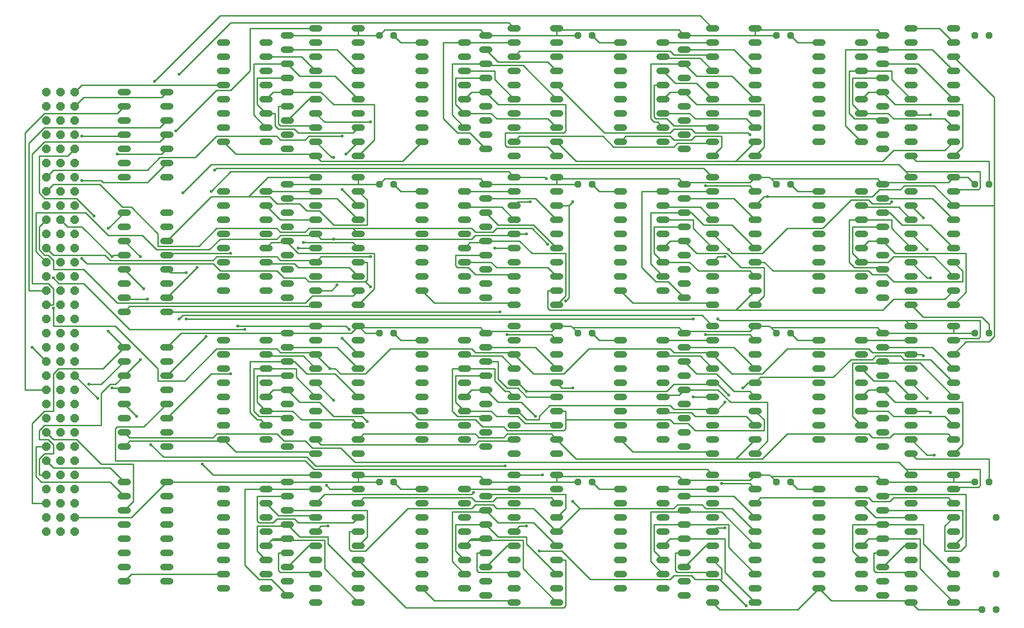
<source format=gbr>
G04 EAGLE Gerber RS-274X export*
G75*
%MOMM*%
%FSLAX34Y34*%
%LPD*%
%INBottom Copper*%
%IPPOS*%
%AMOC8*
5,1,8,0,0,1.08239X$1,22.5*%
G01*
%ADD10P,1.649562X8X202.500000*%
%ADD11P,1.319650X8X202.500000*%
%ADD12P,1.319650X8X112.500000*%
%ADD13C,1.219200*%
%ADD14P,1.319650X8X22.500000*%
%ADD15C,0.254000*%
%ADD16C,0.558800*%


D10*
X50800Y177800D03*
X50800Y203200D03*
X50800Y228600D03*
X50800Y254000D03*
X50800Y279400D03*
X50800Y304800D03*
X50800Y330200D03*
X50800Y355600D03*
X50800Y381000D03*
X50800Y406400D03*
X50800Y431800D03*
X50800Y457200D03*
X50800Y482600D03*
X50800Y508000D03*
X50800Y533400D03*
X50800Y558800D03*
X76200Y177800D03*
X76200Y203200D03*
X76200Y228600D03*
X76200Y254000D03*
X76200Y279400D03*
X76200Y304800D03*
X76200Y330200D03*
X76200Y355600D03*
X76200Y381000D03*
X76200Y406400D03*
X76200Y431800D03*
X76200Y457200D03*
X76200Y482600D03*
X76200Y508000D03*
X76200Y533400D03*
X76200Y558800D03*
X101600Y177800D03*
X101600Y203200D03*
X101600Y228600D03*
X101600Y254000D03*
X101600Y279400D03*
X101600Y304800D03*
X101600Y330200D03*
X101600Y355600D03*
X101600Y381000D03*
X101600Y406400D03*
X101600Y431800D03*
X101600Y457200D03*
X101600Y482600D03*
X101600Y508000D03*
X101600Y533400D03*
X101600Y558800D03*
X50800Y584200D03*
X50800Y609600D03*
X50800Y635000D03*
X50800Y660400D03*
X50800Y685800D03*
X50800Y711200D03*
X50800Y736600D03*
X50800Y762000D03*
X50800Y787400D03*
X50800Y812800D03*
X50800Y838200D03*
X50800Y863600D03*
X50800Y889000D03*
X50800Y914400D03*
X50800Y939800D03*
X50800Y965200D03*
X76200Y584200D03*
X76200Y609600D03*
X76200Y635000D03*
X76200Y660400D03*
X76200Y685800D03*
X76200Y711200D03*
X76200Y736600D03*
X76200Y762000D03*
X76200Y787400D03*
X76200Y812800D03*
X76200Y838200D03*
X76200Y863600D03*
X76200Y889000D03*
X76200Y914400D03*
X76200Y939800D03*
X76200Y965200D03*
X101600Y584200D03*
X101600Y609600D03*
X101600Y635000D03*
X101600Y660400D03*
X101600Y685800D03*
X101600Y711200D03*
X101600Y736600D03*
X101600Y762000D03*
X101600Y787400D03*
X101600Y812800D03*
X101600Y838200D03*
X101600Y863600D03*
X101600Y889000D03*
X101600Y914400D03*
X101600Y939800D03*
X101600Y965200D03*
D11*
X1752600Y38100D03*
X1727200Y38100D03*
D12*
X1752600Y101600D03*
X1752600Y203200D03*
D13*
X539496Y1079500D02*
X527304Y1079500D01*
X527304Y1054100D02*
X539496Y1054100D01*
X539496Y927100D02*
X527304Y927100D01*
X527304Y901700D02*
X539496Y901700D01*
X539496Y1028700D02*
X527304Y1028700D01*
X527304Y1003300D02*
X539496Y1003300D01*
X539496Y952500D02*
X527304Y952500D01*
X527304Y977900D02*
X539496Y977900D01*
X539496Y876300D02*
X527304Y876300D01*
X527304Y850900D02*
X539496Y850900D01*
X603504Y850900D02*
X615696Y850900D01*
X615696Y876300D02*
X603504Y876300D01*
X603504Y901700D02*
X615696Y901700D01*
X615696Y927100D02*
X603504Y927100D01*
X603504Y952500D02*
X615696Y952500D01*
X615696Y977900D02*
X603504Y977900D01*
X603504Y1003300D02*
X615696Y1003300D01*
X615696Y1028700D02*
X603504Y1028700D01*
X603504Y1054100D02*
X615696Y1054100D01*
X615696Y1079500D02*
X603504Y1079500D01*
X488696Y1066800D02*
X476504Y1066800D01*
X476504Y1041400D02*
X488696Y1041400D01*
X488696Y1016000D02*
X476504Y1016000D01*
X476504Y990600D02*
X488696Y990600D01*
X488696Y965200D02*
X476504Y965200D01*
X476504Y939800D02*
X488696Y939800D01*
X488696Y914400D02*
X476504Y914400D01*
X476504Y889000D02*
X488696Y889000D01*
X488696Y863600D02*
X476504Y863600D01*
X527304Y812800D02*
X539496Y812800D01*
X539496Y787400D02*
X527304Y787400D01*
X527304Y660400D02*
X539496Y660400D01*
X539496Y635000D02*
X527304Y635000D01*
X527304Y762000D02*
X539496Y762000D01*
X539496Y736600D02*
X527304Y736600D01*
X527304Y685800D02*
X539496Y685800D01*
X539496Y711200D02*
X527304Y711200D01*
X527304Y609600D02*
X539496Y609600D01*
X539496Y584200D02*
X527304Y584200D01*
X603504Y584200D02*
X615696Y584200D01*
X615696Y609600D02*
X603504Y609600D01*
X603504Y635000D02*
X615696Y635000D01*
X615696Y660400D02*
X603504Y660400D01*
X603504Y685800D02*
X615696Y685800D01*
X615696Y711200D02*
X603504Y711200D01*
X603504Y736600D02*
X615696Y736600D01*
X615696Y762000D02*
X603504Y762000D01*
X603504Y787400D02*
X615696Y787400D01*
X615696Y812800D02*
X603504Y812800D01*
X488696Y800100D02*
X476504Y800100D01*
X476504Y774700D02*
X488696Y774700D01*
X488696Y749300D02*
X476504Y749300D01*
X476504Y723900D02*
X488696Y723900D01*
X488696Y698500D02*
X476504Y698500D01*
X476504Y673100D02*
X488696Y673100D01*
X488696Y647700D02*
X476504Y647700D01*
X476504Y622300D02*
X488696Y622300D01*
X488696Y596900D02*
X476504Y596900D01*
X527304Y546100D02*
X539496Y546100D01*
X539496Y520700D02*
X527304Y520700D01*
X527304Y393700D02*
X539496Y393700D01*
X539496Y368300D02*
X527304Y368300D01*
X527304Y495300D02*
X539496Y495300D01*
X539496Y469900D02*
X527304Y469900D01*
X527304Y419100D02*
X539496Y419100D01*
X539496Y444500D02*
X527304Y444500D01*
X527304Y342900D02*
X539496Y342900D01*
X539496Y317500D02*
X527304Y317500D01*
X603504Y317500D02*
X615696Y317500D01*
X615696Y342900D02*
X603504Y342900D01*
X603504Y368300D02*
X615696Y368300D01*
X615696Y393700D02*
X603504Y393700D01*
X603504Y419100D02*
X615696Y419100D01*
X615696Y444500D02*
X603504Y444500D01*
X603504Y469900D02*
X615696Y469900D01*
X615696Y495300D02*
X603504Y495300D01*
X603504Y520700D02*
X615696Y520700D01*
X615696Y546100D02*
X603504Y546100D01*
X488696Y533400D02*
X476504Y533400D01*
X476504Y508000D02*
X488696Y508000D01*
X488696Y482600D02*
X476504Y482600D01*
X476504Y457200D02*
X488696Y457200D01*
X488696Y431800D02*
X476504Y431800D01*
X476504Y406400D02*
X488696Y406400D01*
X488696Y381000D02*
X476504Y381000D01*
X476504Y355600D02*
X488696Y355600D01*
X488696Y330200D02*
X476504Y330200D01*
X527304Y279400D02*
X539496Y279400D01*
X539496Y254000D02*
X527304Y254000D01*
X527304Y127000D02*
X539496Y127000D01*
X539496Y101600D02*
X527304Y101600D01*
X527304Y228600D02*
X539496Y228600D01*
X539496Y203200D02*
X527304Y203200D01*
X527304Y152400D02*
X539496Y152400D01*
X539496Y177800D02*
X527304Y177800D01*
X527304Y76200D02*
X539496Y76200D01*
X539496Y50800D02*
X527304Y50800D01*
X603504Y50800D02*
X615696Y50800D01*
X615696Y76200D02*
X603504Y76200D01*
X603504Y101600D02*
X615696Y101600D01*
X615696Y127000D02*
X603504Y127000D01*
X603504Y152400D02*
X615696Y152400D01*
X615696Y177800D02*
X603504Y177800D01*
X603504Y203200D02*
X615696Y203200D01*
X615696Y228600D02*
X603504Y228600D01*
X603504Y254000D02*
X615696Y254000D01*
X615696Y279400D02*
X603504Y279400D01*
X488696Y266700D02*
X476504Y266700D01*
X476504Y241300D02*
X488696Y241300D01*
X488696Y215900D02*
X476504Y215900D01*
X476504Y190500D02*
X488696Y190500D01*
X488696Y165100D02*
X476504Y165100D01*
X476504Y139700D02*
X488696Y139700D01*
X488696Y114300D02*
X476504Y114300D01*
X476504Y88900D02*
X488696Y88900D01*
X488696Y63500D02*
X476504Y63500D01*
X882904Y1079500D02*
X895096Y1079500D01*
X895096Y1054100D02*
X882904Y1054100D01*
X882904Y927100D02*
X895096Y927100D01*
X895096Y901700D02*
X882904Y901700D01*
X882904Y1028700D02*
X895096Y1028700D01*
X895096Y1003300D02*
X882904Y1003300D01*
X882904Y952500D02*
X895096Y952500D01*
X895096Y977900D02*
X882904Y977900D01*
X882904Y876300D02*
X895096Y876300D01*
X895096Y850900D02*
X882904Y850900D01*
X959104Y850900D02*
X971296Y850900D01*
X971296Y876300D02*
X959104Y876300D01*
X959104Y901700D02*
X971296Y901700D01*
X971296Y927100D02*
X959104Y927100D01*
X959104Y952500D02*
X971296Y952500D01*
X971296Y977900D02*
X959104Y977900D01*
X959104Y1003300D02*
X971296Y1003300D01*
X971296Y1028700D02*
X959104Y1028700D01*
X959104Y1054100D02*
X971296Y1054100D01*
X971296Y1079500D02*
X959104Y1079500D01*
X844296Y1066800D02*
X832104Y1066800D01*
X832104Y1041400D02*
X844296Y1041400D01*
X844296Y1016000D02*
X832104Y1016000D01*
X832104Y990600D02*
X844296Y990600D01*
X844296Y965200D02*
X832104Y965200D01*
X832104Y939800D02*
X844296Y939800D01*
X844296Y914400D02*
X832104Y914400D01*
X832104Y889000D02*
X844296Y889000D01*
X844296Y863600D02*
X832104Y863600D01*
X882904Y812800D02*
X895096Y812800D01*
X895096Y787400D02*
X882904Y787400D01*
X882904Y660400D02*
X895096Y660400D01*
X895096Y635000D02*
X882904Y635000D01*
X882904Y762000D02*
X895096Y762000D01*
X895096Y736600D02*
X882904Y736600D01*
X882904Y685800D02*
X895096Y685800D01*
X895096Y711200D02*
X882904Y711200D01*
X882904Y609600D02*
X895096Y609600D01*
X895096Y584200D02*
X882904Y584200D01*
X959104Y584200D02*
X971296Y584200D01*
X971296Y609600D02*
X959104Y609600D01*
X959104Y635000D02*
X971296Y635000D01*
X971296Y660400D02*
X959104Y660400D01*
X959104Y685800D02*
X971296Y685800D01*
X971296Y711200D02*
X959104Y711200D01*
X959104Y736600D02*
X971296Y736600D01*
X971296Y762000D02*
X959104Y762000D01*
X959104Y787400D02*
X971296Y787400D01*
X971296Y812800D02*
X959104Y812800D01*
X844296Y800100D02*
X832104Y800100D01*
X832104Y774700D02*
X844296Y774700D01*
X844296Y749300D02*
X832104Y749300D01*
X832104Y723900D02*
X844296Y723900D01*
X844296Y698500D02*
X832104Y698500D01*
X832104Y673100D02*
X844296Y673100D01*
X844296Y647700D02*
X832104Y647700D01*
X832104Y622300D02*
X844296Y622300D01*
X844296Y596900D02*
X832104Y596900D01*
X882904Y546100D02*
X895096Y546100D01*
X895096Y520700D02*
X882904Y520700D01*
X882904Y393700D02*
X895096Y393700D01*
X895096Y368300D02*
X882904Y368300D01*
X882904Y495300D02*
X895096Y495300D01*
X895096Y469900D02*
X882904Y469900D01*
X882904Y419100D02*
X895096Y419100D01*
X895096Y444500D02*
X882904Y444500D01*
X882904Y342900D02*
X895096Y342900D01*
X895096Y317500D02*
X882904Y317500D01*
X959104Y317500D02*
X971296Y317500D01*
X971296Y342900D02*
X959104Y342900D01*
X959104Y368300D02*
X971296Y368300D01*
X971296Y393700D02*
X959104Y393700D01*
X959104Y419100D02*
X971296Y419100D01*
X971296Y444500D02*
X959104Y444500D01*
X959104Y469900D02*
X971296Y469900D01*
X971296Y495300D02*
X959104Y495300D01*
X959104Y520700D02*
X971296Y520700D01*
X971296Y546100D02*
X959104Y546100D01*
X844296Y533400D02*
X832104Y533400D01*
X832104Y508000D02*
X844296Y508000D01*
X844296Y482600D02*
X832104Y482600D01*
X832104Y457200D02*
X844296Y457200D01*
X844296Y431800D02*
X832104Y431800D01*
X832104Y406400D02*
X844296Y406400D01*
X844296Y381000D02*
X832104Y381000D01*
X832104Y355600D02*
X844296Y355600D01*
X844296Y330200D02*
X832104Y330200D01*
X882904Y279400D02*
X895096Y279400D01*
X895096Y254000D02*
X882904Y254000D01*
X882904Y127000D02*
X895096Y127000D01*
X895096Y101600D02*
X882904Y101600D01*
X882904Y228600D02*
X895096Y228600D01*
X895096Y203200D02*
X882904Y203200D01*
X882904Y152400D02*
X895096Y152400D01*
X895096Y177800D02*
X882904Y177800D01*
X882904Y76200D02*
X895096Y76200D01*
X895096Y50800D02*
X882904Y50800D01*
X959104Y50800D02*
X971296Y50800D01*
X971296Y76200D02*
X959104Y76200D01*
X959104Y101600D02*
X971296Y101600D01*
X971296Y127000D02*
X959104Y127000D01*
X959104Y152400D02*
X971296Y152400D01*
X971296Y177800D02*
X959104Y177800D01*
X959104Y203200D02*
X971296Y203200D01*
X971296Y228600D02*
X959104Y228600D01*
X959104Y254000D02*
X971296Y254000D01*
X971296Y279400D02*
X959104Y279400D01*
X844296Y266700D02*
X832104Y266700D01*
X832104Y241300D02*
X844296Y241300D01*
X844296Y215900D02*
X832104Y215900D01*
X832104Y190500D02*
X844296Y190500D01*
X844296Y165100D02*
X832104Y165100D01*
X832104Y139700D02*
X844296Y139700D01*
X844296Y114300D02*
X832104Y114300D01*
X832104Y88900D02*
X844296Y88900D01*
X844296Y63500D02*
X832104Y63500D01*
X1238504Y1079500D02*
X1250696Y1079500D01*
X1250696Y1054100D02*
X1238504Y1054100D01*
X1238504Y927100D02*
X1250696Y927100D01*
X1250696Y901700D02*
X1238504Y901700D01*
X1238504Y1028700D02*
X1250696Y1028700D01*
X1250696Y1003300D02*
X1238504Y1003300D01*
X1238504Y952500D02*
X1250696Y952500D01*
X1250696Y977900D02*
X1238504Y977900D01*
X1238504Y876300D02*
X1250696Y876300D01*
X1250696Y850900D02*
X1238504Y850900D01*
X1314704Y850900D02*
X1326896Y850900D01*
X1326896Y876300D02*
X1314704Y876300D01*
X1314704Y901700D02*
X1326896Y901700D01*
X1326896Y927100D02*
X1314704Y927100D01*
X1314704Y952500D02*
X1326896Y952500D01*
X1326896Y977900D02*
X1314704Y977900D01*
X1314704Y1003300D02*
X1326896Y1003300D01*
X1326896Y1028700D02*
X1314704Y1028700D01*
X1314704Y1054100D02*
X1326896Y1054100D01*
X1326896Y1079500D02*
X1314704Y1079500D01*
X1199896Y1066800D02*
X1187704Y1066800D01*
X1187704Y1041400D02*
X1199896Y1041400D01*
X1199896Y1016000D02*
X1187704Y1016000D01*
X1187704Y990600D02*
X1199896Y990600D01*
X1199896Y965200D02*
X1187704Y965200D01*
X1187704Y939800D02*
X1199896Y939800D01*
X1199896Y914400D02*
X1187704Y914400D01*
X1187704Y889000D02*
X1199896Y889000D01*
X1199896Y863600D02*
X1187704Y863600D01*
X1238504Y812800D02*
X1250696Y812800D01*
X1250696Y787400D02*
X1238504Y787400D01*
X1238504Y660400D02*
X1250696Y660400D01*
X1250696Y635000D02*
X1238504Y635000D01*
X1238504Y762000D02*
X1250696Y762000D01*
X1250696Y736600D02*
X1238504Y736600D01*
X1238504Y685800D02*
X1250696Y685800D01*
X1250696Y711200D02*
X1238504Y711200D01*
X1238504Y609600D02*
X1250696Y609600D01*
X1250696Y584200D02*
X1238504Y584200D01*
X1314704Y584200D02*
X1326896Y584200D01*
X1326896Y609600D02*
X1314704Y609600D01*
X1314704Y635000D02*
X1326896Y635000D01*
X1326896Y660400D02*
X1314704Y660400D01*
X1314704Y685800D02*
X1326896Y685800D01*
X1326896Y711200D02*
X1314704Y711200D01*
X1314704Y736600D02*
X1326896Y736600D01*
X1326896Y762000D02*
X1314704Y762000D01*
X1314704Y787400D02*
X1326896Y787400D01*
X1326896Y812800D02*
X1314704Y812800D01*
X1199896Y800100D02*
X1187704Y800100D01*
X1187704Y774700D02*
X1199896Y774700D01*
X1199896Y749300D02*
X1187704Y749300D01*
X1187704Y723900D02*
X1199896Y723900D01*
X1199896Y698500D02*
X1187704Y698500D01*
X1187704Y673100D02*
X1199896Y673100D01*
X1199896Y647700D02*
X1187704Y647700D01*
X1187704Y622300D02*
X1199896Y622300D01*
X1199896Y596900D02*
X1187704Y596900D01*
X1238504Y546100D02*
X1250696Y546100D01*
X1250696Y520700D02*
X1238504Y520700D01*
X1238504Y393700D02*
X1250696Y393700D01*
X1250696Y368300D02*
X1238504Y368300D01*
X1238504Y495300D02*
X1250696Y495300D01*
X1250696Y469900D02*
X1238504Y469900D01*
X1238504Y419100D02*
X1250696Y419100D01*
X1250696Y444500D02*
X1238504Y444500D01*
X1238504Y342900D02*
X1250696Y342900D01*
X1250696Y317500D02*
X1238504Y317500D01*
X1314704Y317500D02*
X1326896Y317500D01*
X1326896Y342900D02*
X1314704Y342900D01*
X1314704Y368300D02*
X1326896Y368300D01*
X1326896Y393700D02*
X1314704Y393700D01*
X1314704Y419100D02*
X1326896Y419100D01*
X1326896Y444500D02*
X1314704Y444500D01*
X1314704Y469900D02*
X1326896Y469900D01*
X1326896Y495300D02*
X1314704Y495300D01*
X1314704Y520700D02*
X1326896Y520700D01*
X1326896Y546100D02*
X1314704Y546100D01*
X1199896Y533400D02*
X1187704Y533400D01*
X1187704Y508000D02*
X1199896Y508000D01*
X1199896Y482600D02*
X1187704Y482600D01*
X1187704Y457200D02*
X1199896Y457200D01*
X1199896Y431800D02*
X1187704Y431800D01*
X1187704Y406400D02*
X1199896Y406400D01*
X1199896Y381000D02*
X1187704Y381000D01*
X1187704Y355600D02*
X1199896Y355600D01*
X1199896Y330200D02*
X1187704Y330200D01*
X1238504Y279400D02*
X1250696Y279400D01*
X1250696Y254000D02*
X1238504Y254000D01*
X1238504Y127000D02*
X1250696Y127000D01*
X1250696Y101600D02*
X1238504Y101600D01*
X1238504Y228600D02*
X1250696Y228600D01*
X1250696Y203200D02*
X1238504Y203200D01*
X1238504Y152400D02*
X1250696Y152400D01*
X1250696Y177800D02*
X1238504Y177800D01*
X1238504Y76200D02*
X1250696Y76200D01*
X1250696Y50800D02*
X1238504Y50800D01*
X1314704Y50800D02*
X1326896Y50800D01*
X1326896Y76200D02*
X1314704Y76200D01*
X1314704Y101600D02*
X1326896Y101600D01*
X1326896Y127000D02*
X1314704Y127000D01*
X1314704Y152400D02*
X1326896Y152400D01*
X1326896Y177800D02*
X1314704Y177800D01*
X1314704Y203200D02*
X1326896Y203200D01*
X1326896Y228600D02*
X1314704Y228600D01*
X1314704Y254000D02*
X1326896Y254000D01*
X1326896Y279400D02*
X1314704Y279400D01*
X1199896Y266700D02*
X1187704Y266700D01*
X1187704Y241300D02*
X1199896Y241300D01*
X1199896Y215900D02*
X1187704Y215900D01*
X1187704Y190500D02*
X1199896Y190500D01*
X1199896Y165100D02*
X1187704Y165100D01*
X1187704Y139700D02*
X1199896Y139700D01*
X1199896Y114300D02*
X1187704Y114300D01*
X1187704Y88900D02*
X1199896Y88900D01*
X1199896Y63500D02*
X1187704Y63500D01*
X1594104Y1079500D02*
X1606296Y1079500D01*
X1606296Y1054100D02*
X1594104Y1054100D01*
X1594104Y927100D02*
X1606296Y927100D01*
X1606296Y901700D02*
X1594104Y901700D01*
X1594104Y1028700D02*
X1606296Y1028700D01*
X1606296Y1003300D02*
X1594104Y1003300D01*
X1594104Y952500D02*
X1606296Y952500D01*
X1606296Y977900D02*
X1594104Y977900D01*
X1594104Y876300D02*
X1606296Y876300D01*
X1606296Y850900D02*
X1594104Y850900D01*
X1670304Y850900D02*
X1682496Y850900D01*
X1682496Y876300D02*
X1670304Y876300D01*
X1670304Y901700D02*
X1682496Y901700D01*
X1682496Y927100D02*
X1670304Y927100D01*
X1670304Y952500D02*
X1682496Y952500D01*
X1682496Y977900D02*
X1670304Y977900D01*
X1670304Y1003300D02*
X1682496Y1003300D01*
X1682496Y1028700D02*
X1670304Y1028700D01*
X1670304Y1054100D02*
X1682496Y1054100D01*
X1682496Y1079500D02*
X1670304Y1079500D01*
X1555496Y1066800D02*
X1543304Y1066800D01*
X1543304Y1041400D02*
X1555496Y1041400D01*
X1555496Y1016000D02*
X1543304Y1016000D01*
X1543304Y990600D02*
X1555496Y990600D01*
X1555496Y965200D02*
X1543304Y965200D01*
X1543304Y939800D02*
X1555496Y939800D01*
X1555496Y914400D02*
X1543304Y914400D01*
X1543304Y889000D02*
X1555496Y889000D01*
X1555496Y863600D02*
X1543304Y863600D01*
X1594104Y812800D02*
X1606296Y812800D01*
X1606296Y787400D02*
X1594104Y787400D01*
X1594104Y660400D02*
X1606296Y660400D01*
X1606296Y635000D02*
X1594104Y635000D01*
X1594104Y762000D02*
X1606296Y762000D01*
X1606296Y736600D02*
X1594104Y736600D01*
X1594104Y685800D02*
X1606296Y685800D01*
X1606296Y711200D02*
X1594104Y711200D01*
X1594104Y609600D02*
X1606296Y609600D01*
X1606296Y584200D02*
X1594104Y584200D01*
X1670304Y584200D02*
X1682496Y584200D01*
X1682496Y609600D02*
X1670304Y609600D01*
X1670304Y635000D02*
X1682496Y635000D01*
X1682496Y660400D02*
X1670304Y660400D01*
X1670304Y685800D02*
X1682496Y685800D01*
X1682496Y711200D02*
X1670304Y711200D01*
X1670304Y736600D02*
X1682496Y736600D01*
X1682496Y762000D02*
X1670304Y762000D01*
X1670304Y787400D02*
X1682496Y787400D01*
X1682496Y812800D02*
X1670304Y812800D01*
X1555496Y800100D02*
X1543304Y800100D01*
X1543304Y774700D02*
X1555496Y774700D01*
X1555496Y749300D02*
X1543304Y749300D01*
X1543304Y723900D02*
X1555496Y723900D01*
X1555496Y698500D02*
X1543304Y698500D01*
X1543304Y673100D02*
X1555496Y673100D01*
X1555496Y647700D02*
X1543304Y647700D01*
X1543304Y622300D02*
X1555496Y622300D01*
X1555496Y596900D02*
X1543304Y596900D01*
X1594104Y546100D02*
X1606296Y546100D01*
X1606296Y520700D02*
X1594104Y520700D01*
X1594104Y393700D02*
X1606296Y393700D01*
X1606296Y368300D02*
X1594104Y368300D01*
X1594104Y495300D02*
X1606296Y495300D01*
X1606296Y469900D02*
X1594104Y469900D01*
X1594104Y419100D02*
X1606296Y419100D01*
X1606296Y444500D02*
X1594104Y444500D01*
X1594104Y342900D02*
X1606296Y342900D01*
X1606296Y317500D02*
X1594104Y317500D01*
X1670304Y317500D02*
X1682496Y317500D01*
X1682496Y342900D02*
X1670304Y342900D01*
X1670304Y368300D02*
X1682496Y368300D01*
X1682496Y393700D02*
X1670304Y393700D01*
X1670304Y419100D02*
X1682496Y419100D01*
X1682496Y444500D02*
X1670304Y444500D01*
X1670304Y469900D02*
X1682496Y469900D01*
X1682496Y495300D02*
X1670304Y495300D01*
X1670304Y520700D02*
X1682496Y520700D01*
X1682496Y546100D02*
X1670304Y546100D01*
X1555496Y533400D02*
X1543304Y533400D01*
X1543304Y508000D02*
X1555496Y508000D01*
X1555496Y482600D02*
X1543304Y482600D01*
X1543304Y457200D02*
X1555496Y457200D01*
X1555496Y431800D02*
X1543304Y431800D01*
X1543304Y406400D02*
X1555496Y406400D01*
X1555496Y381000D02*
X1543304Y381000D01*
X1543304Y355600D02*
X1555496Y355600D01*
X1555496Y330200D02*
X1543304Y330200D01*
X1594104Y279400D02*
X1606296Y279400D01*
X1606296Y254000D02*
X1594104Y254000D01*
X1594104Y127000D02*
X1606296Y127000D01*
X1606296Y101600D02*
X1594104Y101600D01*
X1594104Y228600D02*
X1606296Y228600D01*
X1606296Y203200D02*
X1594104Y203200D01*
X1594104Y152400D02*
X1606296Y152400D01*
X1606296Y177800D02*
X1594104Y177800D01*
X1594104Y76200D02*
X1606296Y76200D01*
X1606296Y50800D02*
X1594104Y50800D01*
X1670304Y50800D02*
X1682496Y50800D01*
X1682496Y76200D02*
X1670304Y76200D01*
X1670304Y101600D02*
X1682496Y101600D01*
X1682496Y127000D02*
X1670304Y127000D01*
X1670304Y152400D02*
X1682496Y152400D01*
X1682496Y177800D02*
X1670304Y177800D01*
X1670304Y203200D02*
X1682496Y203200D01*
X1682496Y228600D02*
X1670304Y228600D01*
X1670304Y254000D02*
X1682496Y254000D01*
X1682496Y279400D02*
X1670304Y279400D01*
X1555496Y266700D02*
X1543304Y266700D01*
X1543304Y241300D02*
X1555496Y241300D01*
X1555496Y215900D02*
X1543304Y215900D01*
X1543304Y190500D02*
X1555496Y190500D01*
X1555496Y165100D02*
X1543304Y165100D01*
X1543304Y139700D02*
X1555496Y139700D01*
X1555496Y114300D02*
X1543304Y114300D01*
X1543304Y88900D02*
X1555496Y88900D01*
X1555496Y63500D02*
X1543304Y63500D01*
X196596Y965200D02*
X184404Y965200D01*
X184404Y939800D02*
X196596Y939800D01*
X196596Y812800D02*
X184404Y812800D01*
X260604Y812800D02*
X272796Y812800D01*
X196596Y914400D02*
X184404Y914400D01*
X184404Y889000D02*
X196596Y889000D01*
X196596Y838200D02*
X184404Y838200D01*
X184404Y863600D02*
X196596Y863600D01*
X260604Y838200D02*
X272796Y838200D01*
X272796Y863600D02*
X260604Y863600D01*
X260604Y889000D02*
X272796Y889000D01*
X272796Y914400D02*
X260604Y914400D01*
X260604Y939800D02*
X272796Y939800D01*
X272796Y965200D02*
X260604Y965200D01*
X196596Y749300D02*
X184404Y749300D01*
X184404Y723900D02*
X196596Y723900D01*
X196596Y596900D02*
X184404Y596900D01*
X184404Y571500D02*
X196596Y571500D01*
X196596Y698500D02*
X184404Y698500D01*
X184404Y673100D02*
X196596Y673100D01*
X196596Y622300D02*
X184404Y622300D01*
X184404Y647700D02*
X196596Y647700D01*
X260604Y571500D02*
X272796Y571500D01*
X272796Y596900D02*
X260604Y596900D01*
X260604Y622300D02*
X272796Y622300D01*
X272796Y647700D02*
X260604Y647700D01*
X260604Y673100D02*
X272796Y673100D01*
X272796Y698500D02*
X260604Y698500D01*
X260604Y723900D02*
X272796Y723900D01*
X272796Y749300D02*
X260604Y749300D01*
X196596Y508000D02*
X184404Y508000D01*
X184404Y482600D02*
X196596Y482600D01*
X196596Y355600D02*
X184404Y355600D01*
X184404Y330200D02*
X196596Y330200D01*
X196596Y457200D02*
X184404Y457200D01*
X184404Y431800D02*
X196596Y431800D01*
X196596Y381000D02*
X184404Y381000D01*
X184404Y406400D02*
X196596Y406400D01*
X260604Y330200D02*
X272796Y330200D01*
X272796Y355600D02*
X260604Y355600D01*
X260604Y381000D02*
X272796Y381000D01*
X272796Y406400D02*
X260604Y406400D01*
X260604Y431800D02*
X272796Y431800D01*
X272796Y457200D02*
X260604Y457200D01*
X260604Y482600D02*
X272796Y482600D01*
X272796Y508000D02*
X260604Y508000D01*
X438404Y876300D02*
X450596Y876300D01*
X450596Y901700D02*
X438404Y901700D01*
X438404Y1028700D02*
X450596Y1028700D01*
X450596Y1054100D02*
X438404Y1054100D01*
X438404Y927100D02*
X450596Y927100D01*
X450596Y952500D02*
X438404Y952500D01*
X438404Y1003300D02*
X450596Y1003300D01*
X450596Y977900D02*
X438404Y977900D01*
X374396Y1054100D02*
X362204Y1054100D01*
X362204Y1028700D02*
X374396Y1028700D01*
X374396Y1003300D02*
X362204Y1003300D01*
X362204Y977900D02*
X374396Y977900D01*
X374396Y952500D02*
X362204Y952500D01*
X362204Y927100D02*
X374396Y927100D01*
X374396Y901700D02*
X362204Y901700D01*
X362204Y876300D02*
X374396Y876300D01*
X438404Y609600D02*
X450596Y609600D01*
X450596Y635000D02*
X438404Y635000D01*
X438404Y762000D02*
X450596Y762000D01*
X450596Y787400D02*
X438404Y787400D01*
X438404Y660400D02*
X450596Y660400D01*
X450596Y685800D02*
X438404Y685800D01*
X438404Y736600D02*
X450596Y736600D01*
X450596Y711200D02*
X438404Y711200D01*
X374396Y787400D02*
X362204Y787400D01*
X362204Y762000D02*
X374396Y762000D01*
X374396Y736600D02*
X362204Y736600D01*
X362204Y711200D02*
X374396Y711200D01*
X374396Y685800D02*
X362204Y685800D01*
X362204Y660400D02*
X374396Y660400D01*
X374396Y635000D02*
X362204Y635000D01*
X362204Y609600D02*
X374396Y609600D01*
X438404Y342900D02*
X450596Y342900D01*
X450596Y368300D02*
X438404Y368300D01*
X438404Y495300D02*
X450596Y495300D01*
X450596Y520700D02*
X438404Y520700D01*
X438404Y393700D02*
X450596Y393700D01*
X450596Y419100D02*
X438404Y419100D01*
X438404Y469900D02*
X450596Y469900D01*
X450596Y444500D02*
X438404Y444500D01*
X374396Y520700D02*
X362204Y520700D01*
X362204Y495300D02*
X374396Y495300D01*
X374396Y469900D02*
X362204Y469900D01*
X362204Y444500D02*
X374396Y444500D01*
X374396Y419100D02*
X362204Y419100D01*
X362204Y393700D02*
X374396Y393700D01*
X374396Y368300D02*
X362204Y368300D01*
X362204Y342900D02*
X374396Y342900D01*
X438404Y76200D02*
X450596Y76200D01*
X450596Y101600D02*
X438404Y101600D01*
X438404Y228600D02*
X450596Y228600D01*
X450596Y254000D02*
X438404Y254000D01*
X438404Y127000D02*
X450596Y127000D01*
X450596Y152400D02*
X438404Y152400D01*
X438404Y203200D02*
X450596Y203200D01*
X450596Y177800D02*
X438404Y177800D01*
X374396Y254000D02*
X362204Y254000D01*
X362204Y228600D02*
X374396Y228600D01*
X374396Y203200D02*
X362204Y203200D01*
X362204Y177800D02*
X374396Y177800D01*
X374396Y152400D02*
X362204Y152400D01*
X362204Y127000D02*
X374396Y127000D01*
X374396Y101600D02*
X362204Y101600D01*
X362204Y76200D02*
X374396Y76200D01*
X794004Y876300D02*
X806196Y876300D01*
X806196Y901700D02*
X794004Y901700D01*
X794004Y1028700D02*
X806196Y1028700D01*
X806196Y1054100D02*
X794004Y1054100D01*
X794004Y927100D02*
X806196Y927100D01*
X806196Y952500D02*
X794004Y952500D01*
X794004Y1003300D02*
X806196Y1003300D01*
X806196Y977900D02*
X794004Y977900D01*
X729996Y1054100D02*
X717804Y1054100D01*
X717804Y1028700D02*
X729996Y1028700D01*
X729996Y1003300D02*
X717804Y1003300D01*
X717804Y977900D02*
X729996Y977900D01*
X729996Y952500D02*
X717804Y952500D01*
X717804Y927100D02*
X729996Y927100D01*
X729996Y901700D02*
X717804Y901700D01*
X717804Y876300D02*
X729996Y876300D01*
X794004Y609600D02*
X806196Y609600D01*
X806196Y635000D02*
X794004Y635000D01*
X794004Y762000D02*
X806196Y762000D01*
X806196Y787400D02*
X794004Y787400D01*
X794004Y660400D02*
X806196Y660400D01*
X806196Y685800D02*
X794004Y685800D01*
X794004Y736600D02*
X806196Y736600D01*
X806196Y711200D02*
X794004Y711200D01*
X729996Y787400D02*
X717804Y787400D01*
X717804Y762000D02*
X729996Y762000D01*
X729996Y736600D02*
X717804Y736600D01*
X717804Y711200D02*
X729996Y711200D01*
X729996Y685800D02*
X717804Y685800D01*
X717804Y660400D02*
X729996Y660400D01*
X729996Y635000D02*
X717804Y635000D01*
X717804Y609600D02*
X729996Y609600D01*
X794004Y342900D02*
X806196Y342900D01*
X806196Y368300D02*
X794004Y368300D01*
X794004Y495300D02*
X806196Y495300D01*
X806196Y520700D02*
X794004Y520700D01*
X794004Y393700D02*
X806196Y393700D01*
X806196Y419100D02*
X794004Y419100D01*
X794004Y469900D02*
X806196Y469900D01*
X806196Y444500D02*
X794004Y444500D01*
X729996Y520700D02*
X717804Y520700D01*
X717804Y495300D02*
X729996Y495300D01*
X729996Y469900D02*
X717804Y469900D01*
X717804Y444500D02*
X729996Y444500D01*
X729996Y419100D02*
X717804Y419100D01*
X717804Y393700D02*
X729996Y393700D01*
X729996Y368300D02*
X717804Y368300D01*
X717804Y342900D02*
X729996Y342900D01*
X794004Y76200D02*
X806196Y76200D01*
X806196Y101600D02*
X794004Y101600D01*
X794004Y228600D02*
X806196Y228600D01*
X806196Y254000D02*
X794004Y254000D01*
X794004Y127000D02*
X806196Y127000D01*
X806196Y152400D02*
X794004Y152400D01*
X794004Y203200D02*
X806196Y203200D01*
X806196Y177800D02*
X794004Y177800D01*
X729996Y254000D02*
X717804Y254000D01*
X717804Y228600D02*
X729996Y228600D01*
X729996Y203200D02*
X717804Y203200D01*
X717804Y177800D02*
X729996Y177800D01*
X729996Y152400D02*
X717804Y152400D01*
X717804Y127000D02*
X729996Y127000D01*
X729996Y101600D02*
X717804Y101600D01*
X717804Y76200D02*
X729996Y76200D01*
X1149604Y876300D02*
X1161796Y876300D01*
X1161796Y901700D02*
X1149604Y901700D01*
X1149604Y1028700D02*
X1161796Y1028700D01*
X1161796Y1054100D02*
X1149604Y1054100D01*
X1149604Y927100D02*
X1161796Y927100D01*
X1161796Y952500D02*
X1149604Y952500D01*
X1149604Y1003300D02*
X1161796Y1003300D01*
X1161796Y977900D02*
X1149604Y977900D01*
X1085596Y1054100D02*
X1073404Y1054100D01*
X1073404Y1028700D02*
X1085596Y1028700D01*
X1085596Y1003300D02*
X1073404Y1003300D01*
X1073404Y977900D02*
X1085596Y977900D01*
X1085596Y952500D02*
X1073404Y952500D01*
X1073404Y927100D02*
X1085596Y927100D01*
X1085596Y901700D02*
X1073404Y901700D01*
X1073404Y876300D02*
X1085596Y876300D01*
X1149604Y609600D02*
X1161796Y609600D01*
X1161796Y635000D02*
X1149604Y635000D01*
X1149604Y762000D02*
X1161796Y762000D01*
X1161796Y787400D02*
X1149604Y787400D01*
X1149604Y660400D02*
X1161796Y660400D01*
X1161796Y685800D02*
X1149604Y685800D01*
X1149604Y736600D02*
X1161796Y736600D01*
X1161796Y711200D02*
X1149604Y711200D01*
X1085596Y787400D02*
X1073404Y787400D01*
X1073404Y762000D02*
X1085596Y762000D01*
X1085596Y736600D02*
X1073404Y736600D01*
X1073404Y711200D02*
X1085596Y711200D01*
X1085596Y685800D02*
X1073404Y685800D01*
X1073404Y660400D02*
X1085596Y660400D01*
X1085596Y635000D02*
X1073404Y635000D01*
X1073404Y609600D02*
X1085596Y609600D01*
X1149604Y342900D02*
X1161796Y342900D01*
X1161796Y368300D02*
X1149604Y368300D01*
X1149604Y495300D02*
X1161796Y495300D01*
X1161796Y520700D02*
X1149604Y520700D01*
X1149604Y393700D02*
X1161796Y393700D01*
X1161796Y419100D02*
X1149604Y419100D01*
X1149604Y469900D02*
X1161796Y469900D01*
X1161796Y444500D02*
X1149604Y444500D01*
X1085596Y520700D02*
X1073404Y520700D01*
X1073404Y495300D02*
X1085596Y495300D01*
X1085596Y469900D02*
X1073404Y469900D01*
X1073404Y444500D02*
X1085596Y444500D01*
X1085596Y419100D02*
X1073404Y419100D01*
X1073404Y393700D02*
X1085596Y393700D01*
X1085596Y368300D02*
X1073404Y368300D01*
X1073404Y342900D02*
X1085596Y342900D01*
X1149604Y76200D02*
X1161796Y76200D01*
X1161796Y101600D02*
X1149604Y101600D01*
X1149604Y228600D02*
X1161796Y228600D01*
X1161796Y254000D02*
X1149604Y254000D01*
X1149604Y127000D02*
X1161796Y127000D01*
X1161796Y152400D02*
X1149604Y152400D01*
X1149604Y203200D02*
X1161796Y203200D01*
X1161796Y177800D02*
X1149604Y177800D01*
X1085596Y254000D02*
X1073404Y254000D01*
X1073404Y228600D02*
X1085596Y228600D01*
X1085596Y203200D02*
X1073404Y203200D01*
X1073404Y177800D02*
X1085596Y177800D01*
X1085596Y152400D02*
X1073404Y152400D01*
X1073404Y127000D02*
X1085596Y127000D01*
X1085596Y101600D02*
X1073404Y101600D01*
X1073404Y76200D02*
X1085596Y76200D01*
X1505204Y876300D02*
X1517396Y876300D01*
X1517396Y901700D02*
X1505204Y901700D01*
X1505204Y1028700D02*
X1517396Y1028700D01*
X1517396Y1054100D02*
X1505204Y1054100D01*
X1505204Y927100D02*
X1517396Y927100D01*
X1517396Y952500D02*
X1505204Y952500D01*
X1505204Y1003300D02*
X1517396Y1003300D01*
X1517396Y977900D02*
X1505204Y977900D01*
X1441196Y1054100D02*
X1429004Y1054100D01*
X1429004Y1028700D02*
X1441196Y1028700D01*
X1441196Y1003300D02*
X1429004Y1003300D01*
X1429004Y977900D02*
X1441196Y977900D01*
X1441196Y952500D02*
X1429004Y952500D01*
X1429004Y927100D02*
X1441196Y927100D01*
X1441196Y901700D02*
X1429004Y901700D01*
X1429004Y876300D02*
X1441196Y876300D01*
X1505204Y609600D02*
X1517396Y609600D01*
X1517396Y635000D02*
X1505204Y635000D01*
X1505204Y762000D02*
X1517396Y762000D01*
X1517396Y787400D02*
X1505204Y787400D01*
X1505204Y660400D02*
X1517396Y660400D01*
X1517396Y685800D02*
X1505204Y685800D01*
X1505204Y736600D02*
X1517396Y736600D01*
X1517396Y711200D02*
X1505204Y711200D01*
X1441196Y787400D02*
X1429004Y787400D01*
X1429004Y762000D02*
X1441196Y762000D01*
X1441196Y736600D02*
X1429004Y736600D01*
X1429004Y711200D02*
X1441196Y711200D01*
X1441196Y685800D02*
X1429004Y685800D01*
X1429004Y660400D02*
X1441196Y660400D01*
X1441196Y635000D02*
X1429004Y635000D01*
X1429004Y609600D02*
X1441196Y609600D01*
X1505204Y342900D02*
X1517396Y342900D01*
X1517396Y368300D02*
X1505204Y368300D01*
X1505204Y495300D02*
X1517396Y495300D01*
X1517396Y520700D02*
X1505204Y520700D01*
X1505204Y393700D02*
X1517396Y393700D01*
X1517396Y419100D02*
X1505204Y419100D01*
X1505204Y469900D02*
X1517396Y469900D01*
X1517396Y444500D02*
X1505204Y444500D01*
X1441196Y520700D02*
X1429004Y520700D01*
X1429004Y495300D02*
X1441196Y495300D01*
X1441196Y469900D02*
X1429004Y469900D01*
X1429004Y444500D02*
X1441196Y444500D01*
X1441196Y419100D02*
X1429004Y419100D01*
X1429004Y393700D02*
X1441196Y393700D01*
X1441196Y368300D02*
X1429004Y368300D01*
X1429004Y342900D02*
X1441196Y342900D01*
X1505204Y76200D02*
X1517396Y76200D01*
X1517396Y101600D02*
X1505204Y101600D01*
X1505204Y228600D02*
X1517396Y228600D01*
X1517396Y254000D02*
X1505204Y254000D01*
X1505204Y127000D02*
X1517396Y127000D01*
X1517396Y152400D02*
X1505204Y152400D01*
X1505204Y203200D02*
X1517396Y203200D01*
X1517396Y177800D02*
X1505204Y177800D01*
X1441196Y254000D02*
X1429004Y254000D01*
X1429004Y228600D02*
X1441196Y228600D01*
X1441196Y203200D02*
X1429004Y203200D01*
X1429004Y177800D02*
X1441196Y177800D01*
X1441196Y152400D02*
X1429004Y152400D01*
X1429004Y127000D02*
X1441196Y127000D01*
X1441196Y101600D02*
X1429004Y101600D01*
X1429004Y76200D02*
X1441196Y76200D01*
X196596Y266700D02*
X184404Y266700D01*
X184404Y241300D02*
X196596Y241300D01*
X196596Y114300D02*
X184404Y114300D01*
X184404Y88900D02*
X196596Y88900D01*
X196596Y215900D02*
X184404Y215900D01*
X184404Y190500D02*
X196596Y190500D01*
X196596Y139700D02*
X184404Y139700D01*
X184404Y165100D02*
X196596Y165100D01*
X260604Y88900D02*
X272796Y88900D01*
X272796Y114300D02*
X260604Y114300D01*
X260604Y139700D02*
X272796Y139700D01*
X272796Y165100D02*
X260604Y165100D01*
X260604Y190500D02*
X272796Y190500D01*
X272796Y215900D02*
X260604Y215900D01*
X260604Y241300D02*
X272796Y241300D01*
X272796Y266700D02*
X260604Y266700D01*
D14*
X647700Y1066800D03*
X673100Y1066800D03*
X647700Y800100D03*
X673100Y800100D03*
X647700Y533400D03*
X673100Y533400D03*
X647700Y266700D03*
X673100Y266700D03*
X1003300Y1066800D03*
X1028700Y1066800D03*
X1003300Y800100D03*
X1028700Y800100D03*
X1003300Y533400D03*
X1028700Y533400D03*
X1003300Y266700D03*
X1028700Y266700D03*
X1358900Y1066800D03*
X1384300Y1066800D03*
X1358900Y800100D03*
X1384300Y800100D03*
X1358900Y533400D03*
X1384300Y533400D03*
X1358900Y266700D03*
X1384300Y266700D03*
X1714500Y1066800D03*
X1739900Y1066800D03*
X1714500Y800100D03*
X1739900Y800100D03*
X1714500Y533400D03*
X1739900Y533400D03*
X1714500Y266700D03*
X1739900Y266700D03*
D15*
X1600200Y50800D02*
X1612900Y38100D01*
X1727200Y38100D01*
X1397000Y254000D02*
X1384300Y266700D01*
X1397000Y254000D02*
X1435100Y254000D01*
X1597025Y53975D02*
X1600200Y50800D01*
X1597025Y53975D02*
X1457325Y53975D01*
X1435100Y76200D01*
X1397000Y520700D02*
X1384300Y533400D01*
X1397000Y520700D02*
X1435100Y520700D01*
X1739900Y307975D02*
X1739900Y266700D01*
X1739900Y307975D02*
X1609725Y307975D01*
X1600200Y317500D01*
X1397000Y787400D02*
X1384300Y800100D01*
X1397000Y787400D02*
X1435100Y787400D01*
X1600200Y584200D02*
X1622425Y561975D01*
X1727200Y561975D01*
X1739900Y549275D01*
X1739900Y533400D01*
X1397000Y1054100D02*
X1384300Y1066800D01*
X1397000Y1054100D02*
X1435100Y1054100D01*
X1739900Y841375D02*
X1739900Y800100D01*
X1739900Y841375D02*
X1609725Y841375D01*
X1600200Y850900D01*
X1028700Y266700D02*
X1041400Y254000D01*
X1079500Y254000D01*
X1041400Y520700D02*
X1028700Y533400D01*
X1041400Y520700D02*
X1079500Y520700D01*
X1241425Y320675D02*
X1244600Y317500D01*
X1241425Y320675D02*
X1101725Y320675D01*
X1079500Y342900D01*
X1041400Y787400D02*
X1028700Y800100D01*
X1041400Y787400D02*
X1079500Y787400D01*
X1241425Y587375D02*
X1244600Y584200D01*
X1241425Y587375D02*
X1101725Y587375D01*
X1079500Y609600D01*
X1041400Y1054100D02*
X1028700Y1066800D01*
X1041400Y1054100D02*
X1079500Y1054100D01*
X1260475Y866775D02*
X1244600Y850900D01*
X1260475Y866775D02*
X1260475Y885825D01*
X1212850Y885825D01*
X1206500Y879475D01*
X1174750Y879475D01*
X1168400Y885825D01*
X1089025Y885825D01*
X1079500Y876300D01*
X673100Y266700D02*
X685800Y254000D01*
X723900Y254000D01*
X885825Y53975D02*
X889000Y50800D01*
X885825Y53975D02*
X746125Y53975D01*
X723900Y76200D01*
X685800Y520700D02*
X673100Y533400D01*
X685800Y520700D02*
X723900Y520700D01*
X685800Y787400D02*
X673100Y800100D01*
X685800Y787400D02*
X723900Y787400D01*
X885825Y587375D02*
X889000Y584200D01*
X885825Y587375D02*
X746125Y587375D01*
X723900Y609600D01*
X685800Y1054100D02*
X673100Y1066800D01*
X685800Y1054100D02*
X723900Y1054100D01*
X203200Y101600D02*
X190500Y88900D01*
X203200Y101600D02*
X368300Y101600D01*
X530225Y581025D02*
X533400Y584200D01*
X530225Y581025D02*
X200025Y581025D01*
X190500Y571500D01*
X200025Y339725D02*
X190500Y330200D01*
X200025Y339725D02*
X365125Y339725D01*
X368300Y342900D01*
X530225Y320675D02*
X533400Y317500D01*
X530225Y320675D02*
X390525Y320675D01*
X368300Y342900D01*
X533400Y850900D02*
X530225Y854075D01*
X390525Y854075D01*
X368300Y876300D01*
X114300Y977900D02*
X101600Y965200D01*
X114300Y977900D02*
X368300Y977900D01*
X688975Y841375D02*
X723900Y876300D01*
X688975Y841375D02*
X542925Y841375D01*
X533400Y850900D01*
X1397000Y38100D02*
X1435100Y76200D01*
X1397000Y38100D02*
X1257300Y38100D01*
X1244600Y50800D01*
X1676400Y266700D02*
X1714500Y266700D01*
X1676400Y266700D02*
X1549400Y266700D01*
X1676400Y266700D02*
X1676400Y279400D01*
X1196975Y269875D02*
X1193800Y266700D01*
X1196975Y269875D02*
X1311275Y269875D01*
X1320800Y279400D01*
X1346200Y279400D02*
X1349375Y276225D01*
X1358900Y266700D01*
X1346200Y279400D02*
X1320800Y279400D01*
X1003300Y266700D02*
X965200Y266700D01*
X838200Y266700D01*
X965200Y266700D02*
X965200Y276225D01*
X647700Y266700D02*
X609600Y266700D01*
X482600Y266700D01*
X609600Y266700D02*
X609600Y276225D01*
X266700Y266700D02*
X203200Y203200D01*
X101600Y203200D01*
X266700Y266700D02*
X482600Y266700D01*
X828675Y276225D02*
X838200Y266700D01*
X828675Y276225D02*
X609600Y276225D01*
X609600Y279400D01*
X1184275Y276225D02*
X1193800Y266700D01*
X1184275Y276225D02*
X965200Y276225D01*
X965200Y279400D01*
X1539875Y276225D02*
X1549400Y266700D01*
X1539875Y276225D02*
X1349375Y276225D01*
X1549400Y800100D02*
X1552575Y803275D01*
X1666875Y803275D01*
X1676400Y812800D01*
X1701800Y812800D02*
X1714500Y800100D01*
X1701800Y812800D02*
X1676400Y812800D01*
X1196975Y803275D02*
X1193800Y800100D01*
X1196975Y803275D02*
X1311275Y803275D01*
X1320800Y812800D01*
X1346200Y812800D02*
X1349375Y809625D01*
X1358900Y800100D01*
X1346200Y812800D02*
X1320800Y812800D01*
X647700Y800100D02*
X609600Y800100D01*
X482600Y800100D01*
X609600Y800100D02*
X609600Y812800D01*
X965200Y800100D02*
X1003300Y800100D01*
X965200Y800100D02*
X838200Y800100D01*
X965200Y800100D02*
X965200Y809625D01*
X657225Y809625D02*
X647700Y800100D01*
X657225Y809625D02*
X828675Y809625D01*
X838200Y800100D01*
X1184275Y809625D02*
X1193800Y800100D01*
X1184275Y809625D02*
X965200Y809625D01*
X965200Y812800D01*
X1539875Y809625D02*
X1549400Y800100D01*
X1539875Y809625D02*
X1349375Y809625D01*
X1358900Y1066800D02*
X1320800Y1066800D01*
X1193800Y1066800D01*
X1320800Y1066800D02*
X1320800Y1076325D01*
X647700Y1066800D02*
X609600Y1066800D01*
X482600Y1066800D01*
X609600Y1066800D02*
X609600Y1079500D01*
X965200Y1066800D02*
X1003300Y1066800D01*
X965200Y1066800D02*
X838200Y1066800D01*
X965200Y1066800D02*
X965200Y1076325D01*
X657225Y1076325D02*
X647700Y1066800D01*
X657225Y1076325D02*
X828675Y1076325D01*
X838200Y1066800D01*
X1184275Y1076325D02*
X1193800Y1066800D01*
X1184275Y1076325D02*
X965200Y1076325D01*
X965200Y1079500D01*
X1539875Y1076325D02*
X1549400Y1066800D01*
X1539875Y1076325D02*
X1320800Y1076325D01*
X1320800Y1079500D01*
X117475Y955675D02*
X101600Y939800D01*
X117475Y955675D02*
X257175Y955675D01*
X266700Y965200D01*
X1676400Y533400D02*
X1714500Y533400D01*
X1676400Y533400D02*
X1549400Y533400D01*
X1676400Y533400D02*
X1676400Y546100D01*
X1196975Y536575D02*
X1193800Y533400D01*
X1196975Y536575D02*
X1311275Y536575D01*
X1320800Y546100D01*
X1346200Y546100D02*
X1349375Y542925D01*
X1358900Y533400D01*
X1346200Y546100D02*
X1320800Y546100D01*
X841375Y536575D02*
X838200Y533400D01*
X841375Y536575D02*
X955675Y536575D01*
X965200Y546100D01*
X990600Y546100D02*
X993775Y542925D01*
X1003300Y533400D01*
X990600Y546100D02*
X965200Y546100D01*
X622300Y533400D02*
X612775Y542925D01*
X622300Y533400D02*
X647700Y533400D01*
X292100Y533400D02*
X266700Y508000D01*
X292100Y533400D02*
X482600Y533400D01*
X596900Y533400D02*
X609600Y546100D01*
X596900Y533400D02*
X482600Y533400D01*
X828675Y542925D02*
X838200Y533400D01*
X828675Y542925D02*
X612775Y542925D01*
X609600Y546100D01*
X1184275Y542925D02*
X1193800Y533400D01*
X1184275Y542925D02*
X993775Y542925D01*
X1539875Y542925D02*
X1549400Y533400D01*
X1539875Y542925D02*
X1349375Y542925D01*
X1619250Y495300D02*
X1622425Y492125D01*
X1619250Y495300D02*
X1600200Y495300D01*
X1622425Y739775D02*
X1600200Y762000D01*
X895350Y768350D02*
X889000Y762000D01*
X895350Y768350D02*
X917575Y768350D01*
X1241425Y1031875D02*
X1244600Y1028700D01*
X1241425Y1031875D02*
X1174750Y1031875D01*
X1168400Y1038225D01*
X898525Y1038225D01*
X889000Y1028700D01*
X1597025Y498475D02*
X1600200Y495300D01*
X1597025Y498475D02*
X1530350Y498475D01*
X1524000Y504825D01*
X1377950Y504825D01*
X1333500Y460375D01*
X1279525Y460375D01*
X1244600Y495300D01*
X558800Y469900D02*
X533400Y495300D01*
X812800Y244475D02*
X815975Y247650D01*
X812800Y244475D02*
X549275Y244475D01*
X533400Y228600D01*
X885825Y498475D02*
X889000Y495300D01*
X885825Y498475D02*
X819150Y498475D01*
X812800Y504825D01*
X666750Y504825D01*
X622300Y460375D01*
X577850Y460375D01*
X568325Y469900D01*
X558800Y469900D01*
X63500Y546100D02*
X63500Y577850D01*
X63500Y546100D02*
X174625Y546100D01*
X250825Y469900D01*
X250825Y447675D01*
X298450Y447675D01*
X355600Y504825D01*
X463550Y504825D01*
X469900Y498475D01*
X530225Y498475D01*
X533400Y495300D01*
X1241425Y498475D02*
X1244600Y495300D01*
X1241425Y498475D02*
X1174750Y498475D01*
X1168400Y504825D01*
X1022350Y504825D01*
X977900Y460375D01*
X923925Y460375D01*
X889000Y495300D01*
D16*
X1622425Y492125D03*
X1622425Y739775D03*
X917575Y768350D03*
X558800Y469900D03*
X815975Y247650D03*
X63500Y577850D03*
D15*
X1600200Y444500D02*
X1628775Y415925D01*
X1628775Y682625D02*
X1600200Y711200D01*
X1250950Y184150D02*
X1244600Y177800D01*
X1250950Y184150D02*
X1266825Y184150D01*
X1273175Y422275D02*
X1250950Y444500D01*
X1244600Y444500D01*
X1273175Y682625D02*
X1244600Y711200D01*
X898525Y187325D02*
X889000Y177800D01*
X898525Y187325D02*
X911225Y187325D01*
X911225Y428625D02*
X895350Y444500D01*
X889000Y444500D01*
X542925Y187325D02*
X533400Y177800D01*
X542925Y187325D02*
X555625Y187325D01*
X565150Y412750D02*
X533400Y444500D01*
X885825Y708025D02*
X889000Y711200D01*
X885825Y708025D02*
X819150Y708025D01*
X812800Y701675D01*
X565150Y701675D02*
X542925Y701675D01*
X565150Y701675D02*
X812800Y701675D01*
X542925Y701675D02*
X536575Y708025D01*
X50800Y660400D02*
X31750Y679450D01*
X31750Y749300D01*
X120650Y749300D01*
X161925Y708025D01*
X222250Y708025D01*
X247650Y682625D01*
X342900Y682625D01*
X361950Y701675D01*
X463550Y701675D01*
X469900Y708025D01*
X536575Y708025D01*
X533400Y711200D01*
X889000Y711200D02*
X911225Y711200D01*
X1241425Y441325D02*
X1244600Y444500D01*
X1241425Y441325D02*
X1174750Y441325D01*
X1162050Y428625D01*
X911225Y428625D01*
X1562100Y765175D02*
X1565275Y768350D01*
X1562100Y765175D02*
X1530350Y765175D01*
X1524000Y771525D01*
X1492250Y771525D01*
X1441450Y720725D01*
X1377950Y720725D01*
X1333500Y676275D01*
X1279525Y676275D01*
X1273175Y682625D01*
D16*
X1628775Y415925D03*
X1628775Y682625D03*
X1266825Y184150D03*
X1273175Y422275D03*
X1273175Y682625D03*
X911225Y187325D03*
X911225Y428625D03*
X555625Y187325D03*
X565150Y412750D03*
X565150Y701675D03*
X911225Y711200D03*
X1565275Y768350D03*
D15*
X898525Y885825D02*
X889000Y876300D01*
X898525Y885825D02*
X1047750Y885825D01*
X1066800Y866775D01*
X1174750Y866775D01*
X1181100Y873125D01*
X1241425Y873125D01*
X1244600Y876300D01*
X1600200Y342900D02*
X1628775Y314325D01*
X1641475Y314325D01*
X542925Y333375D02*
X533400Y342900D01*
X542925Y333375D02*
X819150Y333375D01*
X825500Y339725D01*
X885825Y339725D01*
X889000Y342900D01*
X561975Y847725D02*
X533400Y876300D01*
X561975Y847725D02*
X565150Y847725D01*
X571500Y619125D02*
X561975Y609600D01*
X533400Y609600D01*
X73025Y622300D02*
X63500Y631825D01*
X73025Y622300D02*
X117475Y622300D01*
X200025Y539750D01*
X406400Y539750D01*
D16*
X1641475Y314325D03*
X565150Y847725D03*
X571500Y619125D03*
X63500Y631825D03*
X406400Y539750D03*
D15*
X587375Y854075D02*
X609600Y876300D01*
X50800Y736600D02*
X38100Y723900D01*
X38100Y682625D01*
X47625Y673100D01*
X53975Y673100D01*
X63500Y663575D01*
X63500Y647700D01*
X117475Y647700D01*
X177800Y587375D01*
X514350Y587375D01*
X527050Y600075D01*
X600075Y600075D01*
X609600Y609600D01*
X1285875Y574675D02*
X1320800Y609600D01*
X1285875Y574675D02*
X952500Y574675D01*
X949325Y577850D01*
X949325Y609600D01*
X965200Y609600D01*
X1285875Y841375D02*
X1320800Y876300D01*
X1285875Y841375D02*
X1000125Y841375D01*
X965200Y876300D01*
X1660525Y593725D02*
X1676400Y609600D01*
X1660525Y593725D02*
X1568450Y593725D01*
X1549400Y574675D01*
X1285875Y574675D01*
X1660525Y860425D02*
X1676400Y876300D01*
X1660525Y860425D02*
X1568450Y860425D01*
X1549400Y841375D01*
X1285875Y841375D01*
X1320800Y342900D02*
X1285875Y307975D01*
X1000125Y307975D01*
X965200Y342900D01*
X1666875Y352425D02*
X1676400Y342900D01*
X1666875Y352425D02*
X1568450Y352425D01*
X1562100Y346075D01*
X1530350Y346075D01*
X1524000Y352425D01*
X1377950Y352425D01*
X1333500Y307975D01*
X1285875Y307975D01*
X619125Y352425D02*
X609600Y342900D01*
X619125Y352425D02*
X819150Y352425D01*
X825500Y346075D01*
X869950Y346075D01*
X876300Y352425D01*
X955675Y352425D01*
X965200Y342900D01*
D16*
X587375Y854075D03*
D15*
X1676400Y660400D02*
X1692275Y644525D01*
X1692275Y625475D01*
X1568450Y625475D01*
X1555750Y638175D01*
X1530350Y638175D01*
X1524000Y644525D01*
X1352550Y644525D01*
X1336675Y660400D01*
X1320800Y660400D01*
X123825Y657225D02*
X114300Y666750D01*
X123825Y657225D02*
X349250Y657225D01*
X361950Y644525D01*
X463550Y644525D01*
X476250Y631825D01*
X514350Y631825D01*
X520700Y625475D01*
X622300Y625475D01*
X625475Y628650D01*
X625475Y660400D01*
X609600Y660400D01*
X609600Y127000D02*
X695325Y41275D01*
X977900Y41275D01*
X981075Y44450D01*
X981075Y127000D01*
X965200Y127000D01*
X612775Y390525D02*
X609600Y393700D01*
X612775Y390525D02*
X704850Y390525D01*
X717550Y377825D01*
X819150Y377825D01*
X831850Y365125D01*
X869950Y365125D01*
X876300Y358775D01*
X977900Y358775D01*
X981075Y361950D01*
X981075Y377825D02*
X981075Y393700D01*
X981075Y377825D02*
X981075Y361950D01*
X981075Y393700D02*
X965200Y393700D01*
X631825Y615950D02*
X622300Y625475D01*
X1320800Y393700D02*
X1336675Y377825D01*
X1336675Y358775D01*
X1212850Y358775D01*
X1200150Y371475D01*
X1174750Y371475D01*
X1168400Y377825D01*
X981075Y377825D01*
D16*
X114300Y666750D03*
X631825Y615950D03*
D15*
X1006475Y219075D02*
X965200Y177800D01*
X1006475Y219075D02*
X1174750Y219075D01*
X1181100Y225425D01*
X1225550Y225425D01*
X1231900Y219075D01*
X1279525Y219075D01*
X1320800Y177800D01*
X974725Y434975D02*
X965200Y444500D01*
X974725Y434975D02*
X993775Y434975D01*
X993775Y231775D02*
X1006475Y219075D01*
X1320800Y444500D02*
X1330325Y454025D01*
X1460500Y454025D01*
X1492250Y485775D01*
X1530350Y485775D01*
X1536700Y492125D01*
X1581150Y492125D01*
X1587500Y485775D01*
X1635125Y485775D01*
X1676400Y444500D01*
X1308100Y444500D02*
X1298575Y434975D01*
X1308100Y444500D02*
X1320800Y444500D01*
X63500Y800100D02*
X50800Y787400D01*
X63500Y800100D02*
X146050Y800100D01*
X187325Y758825D01*
X203200Y758825D01*
X250825Y711200D01*
X250825Y688975D01*
X323850Y688975D01*
X355600Y720725D01*
X463550Y720725D01*
X469900Y714375D01*
X514350Y714375D01*
X520700Y720725D01*
X600075Y720725D01*
X609600Y711200D01*
X920750Y720725D02*
X949325Y692150D01*
X920750Y720725D02*
X857250Y720725D01*
X850900Y714375D01*
X819150Y714375D01*
X812800Y720725D01*
X600075Y720725D01*
X1308100Y892175D02*
X1311275Y889000D01*
X1308100Y892175D02*
X1212850Y892175D01*
X1206500Y898525D01*
X1174750Y898525D01*
X1168400Y892175D01*
X1050925Y892175D01*
X965200Y977900D01*
X923925Y219075D02*
X965200Y177800D01*
X923925Y219075D02*
X857250Y219075D01*
X850900Y225425D01*
X819150Y225425D01*
X812800Y219075D01*
X698500Y219075D01*
X622300Y142875D01*
X596900Y142875D01*
X593725Y146050D01*
X593725Y177800D01*
X609600Y177800D01*
D16*
X993775Y434975D03*
X993775Y231775D03*
X1298575Y434975D03*
X949325Y692150D03*
X1311275Y889000D03*
D15*
X549275Y911225D02*
X533400Y927100D01*
X549275Y911225D02*
X631825Y911225D01*
X631825Y669925D02*
X542925Y669925D01*
X536575Y663575D01*
X63500Y673100D02*
X50800Y685800D01*
X63500Y673100D02*
X155575Y673100D01*
X165100Y663575D01*
X349250Y663575D01*
X355600Y669925D01*
X463550Y669925D01*
X469900Y663575D01*
X536575Y663575D01*
X533400Y660400D01*
X1631950Y393700D02*
X1635125Y390525D01*
X1631950Y393700D02*
X1600200Y393700D01*
X1628775Y631825D02*
X1600200Y660400D01*
X1628775Y631825D02*
X1635125Y631825D01*
X1603375Y923925D02*
X1600200Y927100D01*
X1603375Y923925D02*
X1635125Y923925D01*
X1254125Y669925D02*
X1244600Y660400D01*
X1254125Y669925D02*
X1266825Y669925D01*
X1244600Y127000D02*
X1260475Y111125D01*
X1260475Y92075D01*
X1257300Y92075D02*
X1212850Y92075D01*
X1257300Y92075D02*
X1260475Y92075D01*
X1212850Y92075D02*
X1206500Y98425D01*
X1174750Y98425D01*
X1168400Y92075D01*
X1025525Y92075D01*
X974725Y142875D01*
X933450Y142875D01*
X1241425Y396875D02*
X1244600Y393700D01*
X1241425Y396875D02*
X1174750Y396875D01*
X1168400Y403225D01*
X952500Y403225D01*
X933450Y384175D01*
X933450Y377825D01*
X911225Y377825D01*
X895350Y393700D01*
X889000Y393700D01*
X1250950Y393700D02*
X1266825Y409575D01*
X1250950Y393700D02*
X1244600Y393700D01*
X1257300Y92075D02*
X1304925Y44450D01*
D16*
X631825Y911225D03*
X631825Y669925D03*
X1635125Y390525D03*
X1635125Y631825D03*
X1635125Y923925D03*
X1266825Y669925D03*
X933450Y142875D03*
X1266825Y409575D03*
X1304925Y44450D03*
D15*
X1320800Y762000D02*
X1336675Y777875D01*
X1343025Y777875D02*
X1530350Y777875D01*
X1343025Y777875D02*
X1336675Y777875D01*
X1530350Y777875D02*
X1543050Y790575D01*
X1581150Y790575D01*
X1587500Y796925D01*
X1641475Y796925D01*
X1676400Y762000D01*
X1698625Y517525D02*
X1676400Y495300D01*
X1698625Y517525D02*
X1739900Y517525D01*
X1749425Y527050D01*
X1749425Y762000D01*
X1676400Y762000D01*
X1749425Y955675D02*
X1676400Y1028700D01*
X1749425Y955675D02*
X1749425Y762000D01*
X1666875Y238125D02*
X1676400Y228600D01*
X1666875Y238125D02*
X1568450Y238125D01*
X1562100Y231775D01*
X1530350Y231775D01*
X1524000Y238125D01*
X1330325Y238125D01*
X1320800Y228600D01*
X981075Y590550D02*
X987425Y596900D01*
X987425Y762000D01*
X965200Y762000D01*
X987425Y762000D02*
X993775Y768350D01*
X955675Y238125D02*
X965200Y228600D01*
X955675Y238125D02*
X857250Y238125D01*
X850900Y231775D01*
X819150Y231775D01*
X812800Y238125D01*
X619125Y238125D01*
X609600Y228600D01*
X609600Y762000D02*
X581025Y790575D01*
X63500Y825500D02*
X50800Y812800D01*
X63500Y825500D02*
X231775Y825500D01*
X254000Y847725D01*
X317500Y847725D01*
X355600Y885825D01*
X463550Y885825D01*
X469900Y879475D01*
X514350Y879475D01*
X520700Y885825D01*
X581025Y885825D01*
X581025Y523875D02*
X609600Y495300D01*
D16*
X981075Y590550D03*
X993775Y768350D03*
X1343025Y777875D03*
X581025Y790575D03*
X581025Y885825D03*
X581025Y523875D03*
D15*
X190500Y508000D02*
X152400Y469900D01*
X73025Y469900D01*
X63500Y460375D01*
X63500Y393700D01*
X47625Y393700D01*
X25400Y371475D01*
X25400Y228600D01*
X50800Y228600D01*
X161925Y720725D02*
X190500Y749300D01*
X161925Y536575D02*
X190500Y508000D01*
D16*
X161925Y720725D03*
X161925Y536575D03*
D15*
X190500Y482600D02*
X149225Y441325D01*
X127000Y441325D01*
D16*
X127000Y441325D03*
D15*
X174625Y441325D02*
X190500Y457200D01*
X174625Y441325D02*
X165100Y441325D01*
X149225Y425450D01*
X149225Y368300D01*
X47625Y368300D01*
X38100Y358775D01*
X38100Y342900D01*
X53975Y342900D01*
X63500Y333375D01*
X63500Y317500D01*
X47625Y317500D01*
X38100Y307975D01*
X38100Y279400D01*
X50800Y279400D01*
X219075Y669925D02*
X190500Y698500D01*
X219075Y485775D02*
X190500Y457200D01*
D16*
X219075Y669925D03*
X219075Y485775D03*
D15*
X165100Y292100D02*
X190500Y266700D01*
X165100Y292100D02*
X63500Y292100D01*
X50800Y304800D01*
X165100Y266700D02*
X190500Y241300D01*
X165100Y266700D02*
X41275Y266700D01*
X31750Y276225D01*
X31750Y330200D01*
X50800Y330200D01*
X190500Y215900D02*
X206375Y231775D01*
X206375Y298450D01*
X149225Y298450D01*
X104775Y342900D01*
X63500Y342900D01*
X50800Y355600D01*
X177800Y927100D02*
X190500Y939800D01*
X177800Y927100D02*
X47625Y927100D01*
X12700Y892175D01*
X12700Y431800D01*
X50800Y431800D01*
X187325Y885825D02*
X190500Y889000D01*
X187325Y885825D02*
X114300Y885825D01*
X25400Y508000D02*
X50800Y482600D01*
D16*
X114300Y885825D03*
X25400Y508000D03*
D15*
X231775Y803275D02*
X266700Y838200D01*
X231775Y803275D02*
X152400Y803275D01*
X149225Y806450D01*
X114300Y806450D01*
D16*
X114300Y806450D03*
D15*
X257175Y854075D02*
X266700Y863600D01*
X257175Y854075D02*
X177800Y854075D01*
D16*
X177800Y854075D03*
D15*
X254000Y876300D02*
X266700Y889000D01*
X254000Y876300D02*
X47625Y876300D01*
X25400Y854075D01*
X25400Y622300D01*
X53975Y622300D01*
X63500Y612775D01*
X63500Y584200D01*
X50800Y584200D01*
X254000Y901700D02*
X266700Y914400D01*
X254000Y901700D02*
X47625Y901700D01*
X19050Y873125D01*
X19050Y609600D01*
X50800Y609600D01*
X187325Y434975D02*
X190500Y431800D01*
X187325Y434975D02*
X168275Y434975D01*
X168275Y669925D02*
X171450Y673100D01*
X190500Y673100D01*
X88900Y723900D02*
X76200Y736600D01*
X88900Y723900D02*
X114300Y723900D01*
X168275Y669925D01*
D16*
X168275Y434975D03*
X168275Y669925D03*
D15*
X101600Y457200D02*
X142875Y415925D01*
D16*
X142875Y415925D03*
D15*
X136525Y742950D02*
X104775Y774700D01*
X47625Y774700D01*
X38100Y784225D01*
X38100Y850900D01*
X88900Y850900D01*
X101600Y863600D01*
D16*
X136525Y742950D03*
D15*
X571500Y1041400D02*
X609600Y1003300D01*
X571500Y1041400D02*
X482600Y1041400D01*
X422275Y923925D02*
X444500Y901700D01*
X422275Y923925D02*
X422275Y1016000D01*
X482600Y1016000D01*
X568325Y993775D02*
X609600Y952500D01*
X568325Y993775D02*
X504825Y993775D01*
X482600Y1016000D01*
X428625Y942975D02*
X444500Y927100D01*
X428625Y942975D02*
X428625Y990600D01*
X482600Y990600D01*
X600075Y892175D02*
X609600Y901700D01*
X600075Y892175D02*
X501650Y892175D01*
X495300Y898525D01*
X466725Y898525D01*
X460375Y904875D01*
X460375Y927100D01*
X444500Y927100D01*
X444500Y952500D02*
X457200Y965200D01*
X482600Y965200D01*
X609600Y850900D02*
X638175Y879475D01*
X638175Y942975D01*
X565150Y942975D01*
X542925Y965200D01*
X482600Y965200D01*
X530225Y904875D02*
X533400Y901700D01*
X530225Y904875D02*
X469900Y904875D01*
X466725Y908050D01*
X466725Y939800D01*
X482600Y939800D01*
X482600Y914400D02*
X520700Y952500D01*
X533400Y952500D01*
X533400Y1003300D02*
X508000Y1028700D01*
X444500Y1028700D01*
X571500Y774700D02*
X609600Y736600D01*
X571500Y774700D02*
X482600Y774700D01*
X600075Y695325D02*
X609600Y685800D01*
X600075Y695325D02*
X511175Y695325D01*
D16*
X511175Y695325D03*
D15*
X593725Y650875D02*
X609600Y635000D01*
X593725Y650875D02*
X501650Y650875D01*
X495300Y657225D01*
X447675Y657225D01*
X444500Y660400D01*
X444500Y685800D02*
X454025Y695325D01*
X479425Y695325D01*
X609600Y584200D02*
X638175Y612775D01*
X638175Y676275D01*
X501650Y676275D01*
X482600Y695325D01*
X479425Y695325D01*
X482600Y698500D01*
X501650Y685800D02*
X533400Y685800D01*
D16*
X501650Y685800D03*
D15*
X469900Y736600D02*
X444500Y762000D01*
X469900Y736600D02*
X533400Y736600D01*
X533400Y787400D02*
X444500Y787400D01*
X571500Y508000D02*
X609600Y469900D01*
X571500Y508000D02*
X482600Y508000D01*
X434975Y377825D02*
X444500Y368300D01*
X434975Y377825D02*
X428625Y377825D01*
X415925Y390525D01*
X415925Y482600D01*
X482600Y482600D01*
X568325Y460375D02*
X609600Y419100D01*
X568325Y460375D02*
X517525Y460375D01*
X495300Y482600D01*
X482600Y482600D01*
X428625Y409575D02*
X444500Y393700D01*
X428625Y409575D02*
X428625Y457200D01*
X482600Y457200D01*
X600075Y377825D02*
X609600Y368300D01*
X600075Y377825D02*
X508000Y377825D01*
X492125Y393700D01*
X444500Y393700D01*
X444500Y419100D02*
X457200Y431800D01*
X482600Y431800D01*
X615950Y384175D02*
X625475Y374650D01*
X615950Y384175D02*
X565150Y384175D01*
X539750Y409575D01*
X504825Y409575D01*
X482600Y431800D01*
D16*
X625475Y374650D03*
D15*
X482600Y381000D02*
X479425Y384175D01*
X431800Y384175D01*
X422275Y393700D01*
X422275Y469900D01*
X444500Y469900D01*
X498475Y454025D02*
X533400Y419100D01*
X498475Y454025D02*
X498475Y469900D01*
X444500Y469900D01*
X447675Y492125D02*
X444500Y495300D01*
X447675Y492125D02*
X511175Y492125D01*
X533400Y469900D01*
X609600Y203200D02*
X600075Y193675D01*
X501650Y193675D01*
X495300Y200025D01*
X463550Y200025D01*
X457200Y193675D01*
X431800Y193675D01*
X428625Y196850D01*
X428625Y241300D01*
X482600Y241300D01*
X609600Y152400D02*
X625475Y168275D01*
X625475Y215900D01*
X482600Y215900D01*
X428625Y142875D02*
X444500Y127000D01*
X428625Y142875D02*
X428625Y187325D01*
X479425Y187325D01*
X482600Y190500D01*
X555625Y155575D02*
X609600Y101600D01*
X555625Y155575D02*
X555625Y168275D01*
X504825Y168275D01*
X482600Y190500D01*
X457200Y165100D02*
X454025Y161925D01*
X444500Y152400D01*
X457200Y165100D02*
X482600Y165100D01*
X549275Y111125D02*
X609600Y50800D01*
X549275Y111125D02*
X549275Y161925D01*
X454025Y161925D01*
X530225Y104775D02*
X533400Y101600D01*
X530225Y104775D02*
X469900Y104775D01*
X466725Y107950D01*
X466725Y139700D01*
X482600Y139700D01*
X482600Y114300D02*
X520700Y152400D01*
X533400Y152400D01*
X466725Y206375D02*
X444500Y228600D01*
X466725Y206375D02*
X530225Y206375D01*
X533400Y203200D01*
X454025Y92075D02*
X482600Y63500D01*
X454025Y92075D02*
X431800Y92075D01*
X406400Y117475D01*
X406400Y254000D01*
X444500Y254000D01*
X533400Y254000D01*
X965200Y1003300D02*
X949325Y1019175D01*
X860425Y1019175D01*
X838200Y1041400D01*
X777875Y923925D02*
X800100Y901700D01*
X777875Y923925D02*
X777875Y1016000D01*
X838200Y1016000D01*
X904875Y1012825D02*
X965200Y952500D01*
X904875Y1012825D02*
X841375Y1012825D01*
X838200Y1016000D01*
X784225Y942975D02*
X800100Y927100D01*
X784225Y942975D02*
X784225Y990600D01*
X838200Y990600D01*
X949325Y917575D02*
X965200Y901700D01*
X949325Y917575D02*
X857250Y917575D01*
X847725Y927100D01*
X800100Y927100D01*
X800100Y952500D02*
X812800Y965200D01*
X838200Y965200D01*
X949325Y866775D02*
X965200Y850900D01*
X949325Y866775D02*
X876300Y866775D01*
X873125Y869950D01*
X873125Y892175D01*
X977900Y892175D01*
X981075Y895350D01*
X981075Y942975D01*
X860425Y942975D01*
X838200Y965200D01*
X854075Y987425D02*
X889000Y952500D01*
X854075Y987425D02*
X854075Y1003300D01*
X800100Y1003300D01*
X809625Y892175D02*
X838200Y863600D01*
X809625Y892175D02*
X787400Y892175D01*
X762000Y917575D01*
X762000Y1054100D01*
X800100Y1054100D01*
X889000Y1054100D01*
X927100Y774700D02*
X965200Y736600D01*
X927100Y774700D02*
X838200Y774700D01*
X923925Y727075D02*
X965200Y685800D01*
X923925Y727075D02*
X860425Y727075D01*
X838200Y749300D01*
X949325Y650875D02*
X965200Y635000D01*
X949325Y650875D02*
X857250Y650875D01*
X847725Y660400D01*
X800100Y660400D01*
X800100Y685800D02*
X809625Y695325D01*
X835025Y695325D01*
X838200Y698500D01*
X965200Y584200D02*
X981075Y600075D01*
X981075Y676275D01*
X920750Y676275D01*
X898525Y698500D01*
X838200Y698500D01*
X885825Y638175D02*
X889000Y635000D01*
X885825Y638175D02*
X819150Y638175D01*
X806450Y650875D01*
X787400Y650875D01*
X784225Y654050D01*
X784225Y673100D01*
X838200Y673100D01*
X854075Y685800D02*
X889000Y685800D01*
D16*
X854075Y685800D03*
D15*
X803275Y758825D02*
X800100Y762000D01*
X803275Y758825D02*
X866775Y758825D01*
X889000Y736600D01*
X889000Y787400D02*
X800100Y787400D01*
X927100Y508000D02*
X965200Y469900D01*
X927100Y508000D02*
X838200Y508000D01*
X911225Y419100D02*
X965200Y419100D01*
X911225Y419100D02*
X895350Y434975D01*
X876300Y434975D01*
X860425Y450850D01*
X860425Y482600D01*
X838200Y482600D01*
X784225Y409575D02*
X800100Y393700D01*
X784225Y409575D02*
X784225Y457200D01*
X838200Y457200D01*
X962025Y371475D02*
X965200Y368300D01*
X962025Y371475D02*
X908050Y371475D01*
X895350Y384175D01*
X857250Y384175D01*
X847725Y393700D01*
X800100Y393700D01*
X800100Y419100D02*
X812800Y431800D01*
X838200Y431800D01*
X901700Y409575D02*
X927100Y384175D01*
X901700Y409575D02*
X860425Y409575D01*
X838200Y431800D01*
D16*
X927100Y384175D03*
D15*
X838200Y381000D02*
X835025Y384175D01*
X787400Y384175D01*
X777875Y393700D01*
X777875Y469900D01*
X800100Y469900D01*
X879475Y428625D02*
X889000Y419100D01*
X879475Y428625D02*
X873125Y428625D01*
X854075Y447675D01*
X854075Y469900D01*
X800100Y469900D01*
X803275Y492125D02*
X800100Y495300D01*
X803275Y492125D02*
X866775Y492125D01*
X889000Y469900D01*
X981075Y219075D02*
X965200Y203200D01*
X981075Y219075D02*
X981075Y244475D01*
X841375Y244475D01*
X838200Y241300D01*
X777875Y123825D02*
X800100Y101600D01*
X777875Y123825D02*
X777875Y212725D01*
X835025Y212725D01*
X838200Y215900D01*
X923925Y193675D02*
X965200Y152400D01*
X923925Y193675D02*
X860425Y193675D01*
X838200Y215900D01*
X784225Y142875D02*
X800100Y127000D01*
X784225Y142875D02*
X784225Y190500D01*
X838200Y190500D01*
X911225Y155575D02*
X965200Y101600D01*
X911225Y155575D02*
X911225Y168275D01*
X860425Y168275D01*
X838200Y190500D01*
X812800Y165100D02*
X809625Y161925D01*
X800100Y152400D01*
X812800Y165100D02*
X838200Y165100D01*
X904875Y111125D02*
X965200Y50800D01*
X904875Y111125D02*
X904875Y161925D01*
X809625Y161925D01*
X885825Y104775D02*
X889000Y101600D01*
X885825Y104775D02*
X825500Y104775D01*
X822325Y107950D01*
X822325Y139700D01*
X838200Y139700D01*
X838200Y114300D02*
X876300Y152400D01*
X889000Y152400D01*
X889000Y254000D02*
X800100Y254000D01*
X1320800Y1003300D02*
X1282700Y1041400D01*
X1193800Y1041400D01*
X1146175Y911225D02*
X1155700Y901700D01*
X1146175Y911225D02*
X1139825Y911225D01*
X1133475Y917575D01*
X1133475Y1016000D01*
X1193800Y1016000D01*
X1279525Y993775D02*
X1320800Y952500D01*
X1279525Y993775D02*
X1216025Y993775D01*
X1193800Y1016000D01*
X1304925Y917575D02*
X1320800Y901700D01*
X1304925Y917575D02*
X1212850Y917575D01*
X1203325Y927100D01*
X1155700Y927100D01*
X1155700Y952500D02*
X1168400Y965200D01*
X1193800Y965200D01*
X1320800Y850900D02*
X1336675Y866775D01*
X1336675Y942975D01*
X1216025Y942975D01*
X1193800Y965200D01*
X1241425Y904875D02*
X1244600Y901700D01*
X1241425Y904875D02*
X1174750Y904875D01*
X1162050Y917575D01*
X1143000Y917575D01*
X1139825Y920750D01*
X1139825Y977900D01*
X1155700Y977900D01*
X1216025Y981075D02*
X1244600Y952500D01*
X1216025Y981075D02*
X1177925Y981075D01*
X1155700Y1003300D01*
X1158875Y1025525D02*
X1155700Y1028700D01*
X1158875Y1025525D02*
X1222375Y1025525D01*
X1244600Y1003300D01*
X1244600Y1054100D02*
X1155700Y1054100D01*
X1282700Y774700D02*
X1320800Y736600D01*
X1282700Y774700D02*
X1193800Y774700D01*
X1133475Y657225D02*
X1155700Y635000D01*
X1133475Y657225D02*
X1133475Y749300D01*
X1193800Y749300D01*
X1279525Y727075D02*
X1320800Y685800D01*
X1279525Y727075D02*
X1228725Y727075D01*
X1206500Y749300D01*
X1193800Y749300D01*
X1139825Y676275D02*
X1155700Y660400D01*
X1139825Y676275D02*
X1139825Y723900D01*
X1193800Y723900D01*
X1311275Y644525D02*
X1320800Y635000D01*
X1311275Y644525D02*
X1219200Y644525D01*
X1203325Y660400D01*
X1155700Y660400D01*
X1155700Y685800D02*
X1168400Y698500D01*
X1193800Y698500D01*
X1320800Y584200D02*
X1336675Y600075D01*
X1336675Y650875D01*
X1295400Y650875D01*
X1270000Y676275D01*
X1216025Y676275D01*
X1193800Y698500D01*
X1209675Y720725D02*
X1244600Y685800D01*
X1209675Y720725D02*
X1209675Y736600D01*
X1155700Y736600D01*
X1158875Y758825D02*
X1155700Y762000D01*
X1158875Y758825D02*
X1222375Y758825D01*
X1244600Y736600D01*
X1165225Y625475D02*
X1193800Y596900D01*
X1165225Y625475D02*
X1143000Y625475D01*
X1117600Y650875D01*
X1117600Y787400D01*
X1155700Y787400D01*
X1244600Y787400D01*
X1282700Y508000D02*
X1320800Y469900D01*
X1282700Y508000D02*
X1193800Y508000D01*
X1311275Y428625D02*
X1320800Y419100D01*
X1311275Y428625D02*
X1282700Y428625D01*
X1250950Y460375D01*
X1216025Y460375D01*
X1193800Y482600D01*
X1304925Y384175D02*
X1320800Y368300D01*
X1304925Y384175D02*
X1212850Y384175D01*
X1206500Y390525D01*
X1158875Y390525D01*
X1155700Y393700D01*
X1155700Y419100D02*
X1158875Y422275D01*
X1184275Y422275D01*
X1193800Y431800D01*
X1320800Y317500D02*
X1343025Y339725D01*
X1343025Y409575D01*
X1276350Y409575D01*
X1254125Y431800D01*
X1193800Y431800D01*
X1209675Y419100D02*
X1244600Y419100D01*
D16*
X1209675Y419100D03*
D15*
X1158875Y492125D02*
X1155700Y495300D01*
X1158875Y492125D02*
X1222375Y492125D01*
X1244600Y469900D01*
X1244600Y520700D02*
X1155700Y520700D01*
X1282700Y241300D02*
X1320800Y203200D01*
X1282700Y241300D02*
X1193800Y241300D01*
X1133475Y123825D02*
X1155700Y101600D01*
X1133475Y123825D02*
X1133475Y212725D01*
X1190625Y212725D01*
X1260475Y212725D02*
X1320800Y152400D01*
X1260475Y212725D02*
X1190625Y212725D01*
X1193800Y215900D01*
X1139825Y142875D02*
X1155700Y127000D01*
X1139825Y142875D02*
X1139825Y190500D01*
X1193800Y190500D01*
X1273175Y149225D02*
X1320800Y101600D01*
X1273175Y149225D02*
X1273175Y190500D01*
X1193800Y190500D01*
X1168400Y165100D02*
X1155700Y152400D01*
X1168400Y165100D02*
X1193800Y165100D01*
X1266825Y104775D02*
X1320800Y50800D01*
X1266825Y104775D02*
X1266825Y165100D01*
X1193800Y165100D01*
X1241425Y104775D02*
X1244600Y101600D01*
X1241425Y104775D02*
X1181100Y104775D01*
X1177925Y107950D01*
X1177925Y139700D01*
X1193800Y139700D01*
X1193800Y114300D02*
X1231900Y152400D01*
X1244600Y152400D01*
X1244600Y254000D02*
X1155700Y254000D01*
X1511300Y876300D02*
X1482725Y904875D01*
X1482725Y1041400D01*
X1549400Y1041400D01*
X1638300Y1041400D02*
X1676400Y1003300D01*
X1638300Y1041400D02*
X1549400Y1041400D01*
X1612900Y1016000D02*
X1676400Y952500D01*
X1612900Y1016000D02*
X1549400Y1016000D01*
X1495425Y942975D02*
X1511300Y927100D01*
X1495425Y942975D02*
X1495425Y990600D01*
X1549400Y990600D01*
X1660525Y917575D02*
X1676400Y901700D01*
X1660525Y917575D02*
X1568450Y917575D01*
X1558925Y927100D01*
X1511300Y927100D01*
X1511300Y952500D02*
X1524000Y965200D01*
X1549400Y965200D01*
X1676400Y850900D02*
X1692275Y866775D01*
X1692275Y942975D01*
X1571625Y942975D01*
X1549400Y965200D01*
X1546225Y917575D02*
X1549400Y914400D01*
X1546225Y917575D02*
X1498600Y917575D01*
X1489075Y927100D01*
X1489075Y1003300D01*
X1511300Y1003300D01*
X1565275Y987425D02*
X1600200Y952500D01*
X1565275Y987425D02*
X1565275Y1003300D01*
X1511300Y1003300D01*
X1638300Y774700D02*
X1676400Y736600D01*
X1638300Y774700D02*
X1549400Y774700D01*
X1635125Y727075D02*
X1676400Y685800D01*
X1635125Y727075D02*
X1584325Y727075D01*
X1562100Y749300D01*
X1549400Y749300D01*
X1495425Y676275D02*
X1511300Y660400D01*
X1495425Y676275D02*
X1495425Y723900D01*
X1549400Y723900D01*
X1641475Y669925D02*
X1676400Y635000D01*
X1641475Y669925D02*
X1568450Y669925D01*
X1558925Y660400D01*
X1511300Y660400D01*
X1511300Y685800D02*
X1524000Y698500D01*
X1549400Y698500D01*
X1676400Y584200D02*
X1698625Y606425D01*
X1698625Y676275D01*
X1571625Y676275D01*
X1549400Y698500D01*
X1546225Y650875D02*
X1549400Y647700D01*
X1546225Y650875D02*
X1498600Y650875D01*
X1489075Y660400D01*
X1489075Y736600D01*
X1511300Y736600D01*
X1565275Y720725D02*
X1600200Y685800D01*
X1565275Y720725D02*
X1565275Y736600D01*
X1511300Y736600D01*
X1514475Y758825D02*
X1511300Y762000D01*
X1514475Y758825D02*
X1577975Y758825D01*
X1600200Y736600D01*
X1638300Y508000D02*
X1676400Y469900D01*
X1638300Y508000D02*
X1549400Y508000D01*
X1495425Y384175D02*
X1511300Y368300D01*
X1495425Y384175D02*
X1495425Y479425D01*
X1546225Y479425D01*
X1616075Y479425D02*
X1676400Y419100D01*
X1616075Y479425D02*
X1546225Y479425D01*
X1549400Y482600D01*
X1660525Y384175D02*
X1676400Y368300D01*
X1660525Y384175D02*
X1568450Y384175D01*
X1558925Y393700D01*
X1511300Y393700D01*
X1511300Y419100D02*
X1524000Y431800D01*
X1549400Y431800D01*
X1676400Y317500D02*
X1692275Y333375D01*
X1692275Y409575D01*
X1571625Y409575D01*
X1549400Y431800D01*
X1571625Y447675D02*
X1600200Y419100D01*
X1571625Y447675D02*
X1533525Y447675D01*
X1511300Y469900D01*
X1511300Y520700D02*
X1600200Y520700D01*
X1676400Y203200D02*
X1660525Y187325D01*
X1660525Y142875D01*
X1689100Y142875D01*
X1698625Y152400D01*
X1698625Y244475D01*
X1552575Y244475D01*
X1549400Y241300D01*
X1676400Y152400D02*
X1692275Y168275D01*
X1692275Y215900D01*
X1549400Y215900D01*
X1495425Y142875D02*
X1511300Y127000D01*
X1495425Y142875D02*
X1495425Y190500D01*
X1549400Y190500D01*
X1622425Y155575D02*
X1676400Y101600D01*
X1622425Y155575D02*
X1622425Y190500D01*
X1549400Y190500D01*
X1524000Y165100D02*
X1511300Y152400D01*
X1524000Y165100D02*
X1549400Y165100D01*
X1616075Y111125D02*
X1676400Y50800D01*
X1616075Y111125D02*
X1616075Y165100D01*
X1549400Y165100D01*
X1597025Y104775D02*
X1600200Y101600D01*
X1597025Y104775D02*
X1536700Y104775D01*
X1533525Y107950D01*
X1533525Y139700D01*
X1549400Y139700D01*
X1549400Y114300D02*
X1587500Y152400D01*
X1600200Y152400D01*
X1536700Y203200D02*
X1511300Y228600D01*
X1536700Y203200D02*
X1600200Y203200D01*
X355600Y968375D02*
X282575Y895350D01*
X355600Y968375D02*
X381000Y968375D01*
X415925Y1003300D01*
X415925Y1079500D01*
X533400Y1079500D01*
D16*
X282575Y895350D03*
D15*
X346075Y777875D02*
X266700Y698500D01*
X346075Y777875D02*
X412750Y777875D01*
X447675Y812800D01*
X533400Y812800D01*
X609600Y787400D02*
X625475Y771525D01*
X625475Y727075D01*
X565150Y727075D01*
X539750Y752475D01*
X517525Y752475D01*
X504825Y765175D01*
X463550Y765175D01*
X450850Y777875D01*
X412750Y777875D01*
X269875Y676275D02*
X266700Y673100D01*
X269875Y676275D02*
X381000Y676275D01*
X393700Y546100D02*
X533400Y546100D01*
X587375Y546100D02*
X593725Y539750D01*
X587375Y546100D02*
X533400Y546100D01*
D16*
X381000Y676275D03*
X393700Y546100D03*
X593725Y539750D03*
D15*
X552450Y260350D02*
X558800Y254000D01*
X609600Y254000D01*
X273050Y641350D02*
X266700Y647700D01*
X273050Y641350D02*
X301625Y641350D01*
X330200Y298450D02*
X349250Y279400D01*
X533400Y279400D01*
D16*
X552450Y260350D03*
X301625Y641350D03*
X330200Y298450D03*
D15*
X288925Y996950D02*
X381000Y1089025D01*
X879475Y1089025D01*
X889000Y1079500D01*
D16*
X288925Y996950D03*
D15*
X320675Y650875D02*
X266700Y596900D01*
X346075Y787400D02*
X381000Y822325D01*
X879475Y822325D01*
X889000Y812800D01*
X942975Y812800D02*
X946150Y809625D01*
X942975Y812800D02*
X889000Y812800D01*
D16*
X320675Y650875D03*
X346075Y787400D03*
X946150Y809625D03*
D15*
X863600Y571500D02*
X266700Y571500D01*
X955675Y530225D02*
X965200Y520700D01*
X955675Y530225D02*
X876300Y530225D01*
D16*
X863600Y571500D03*
X876300Y530225D03*
D15*
X193675Y593725D02*
X190500Y596900D01*
X193675Y593725D02*
X231775Y593725D01*
X238125Y333375D02*
X260350Y311150D01*
X517525Y311150D01*
X533400Y295275D01*
X873125Y295275D01*
X889000Y279400D02*
X939800Y279400D01*
D16*
X231775Y593725D03*
X238125Y333375D03*
X873125Y295275D03*
X939800Y279400D03*
D15*
X244475Y984250D02*
X361950Y1101725D01*
X1222375Y1101725D01*
X1244600Y1079500D01*
D16*
X244475Y984250D03*
D15*
X336550Y527050D02*
X266700Y457200D01*
X352425Y825500D02*
X355600Y828675D01*
X1228725Y828675D01*
X1244600Y812800D01*
X1311275Y796925D02*
X1320800Y787400D01*
X1311275Y796925D02*
X1231900Y796925D01*
D16*
X336550Y527050D03*
X352425Y825500D03*
X1231900Y796925D03*
D15*
X295275Y565150D02*
X288925Y558800D01*
X295275Y565150D02*
X1225550Y565150D01*
X1244600Y546100D01*
X1311275Y530225D02*
X1320800Y520700D01*
X1311275Y530225D02*
X1231900Y530225D01*
D16*
X288925Y558800D03*
X1231900Y530225D03*
D15*
X266700Y406400D02*
X225425Y365125D01*
X177800Y365125D01*
X174625Y361950D01*
X174625Y304800D01*
X514350Y304800D01*
X530225Y288925D01*
X1235075Y288925D01*
X1244600Y279400D01*
X1311275Y263525D02*
X1320800Y254000D01*
X1311275Y263525D02*
X1260475Y263525D01*
D16*
X1260475Y263525D03*
D15*
X346075Y460375D02*
X266700Y381000D01*
X346075Y460375D02*
X381000Y460375D01*
X1651000Y1079500D02*
X1676400Y1054100D01*
X1651000Y1079500D02*
X1600200Y1079500D01*
D16*
X381000Y460375D03*
D15*
X295275Y784225D02*
X346075Y835025D01*
X1577975Y835025D01*
X1590675Y822325D02*
X1600200Y812800D01*
X1590675Y822325D02*
X1577975Y835025D01*
X1676400Y787400D02*
X1679575Y790575D01*
X1720850Y790575D01*
X1724025Y793750D01*
X1724025Y822325D01*
X1590675Y822325D01*
D16*
X295275Y784225D03*
D15*
X301625Y558800D02*
X1209675Y558800D01*
X1254125Y558800D02*
X1257300Y555625D01*
X1590675Y555625D01*
X1600200Y546100D01*
X1676400Y520700D02*
X1679575Y523875D01*
X1720850Y523875D01*
X1724025Y527050D01*
X1724025Y555625D01*
X1590675Y555625D01*
D16*
X301625Y558800D03*
X1209675Y558800D03*
X1254125Y558800D03*
D15*
X200025Y346075D02*
X190500Y355600D01*
X200025Y346075D02*
X349250Y346075D01*
X355600Y352425D01*
X463550Y352425D01*
X476250Y339725D01*
X514350Y339725D01*
X527050Y327025D01*
X577850Y327025D01*
X603250Y301625D01*
X1577975Y301625D01*
X1590675Y288925D02*
X1600200Y279400D01*
X1590675Y288925D02*
X1577975Y301625D01*
X1676400Y254000D02*
X1679575Y257175D01*
X1720850Y257175D01*
X1724025Y260350D01*
X1724025Y288925D01*
X1590675Y288925D01*
X225425Y612775D02*
X190500Y647700D01*
D16*
X225425Y612775D03*
D15*
X190500Y406400D02*
X212725Y384175D01*
D16*
X212725Y384175D03*
M02*

</source>
